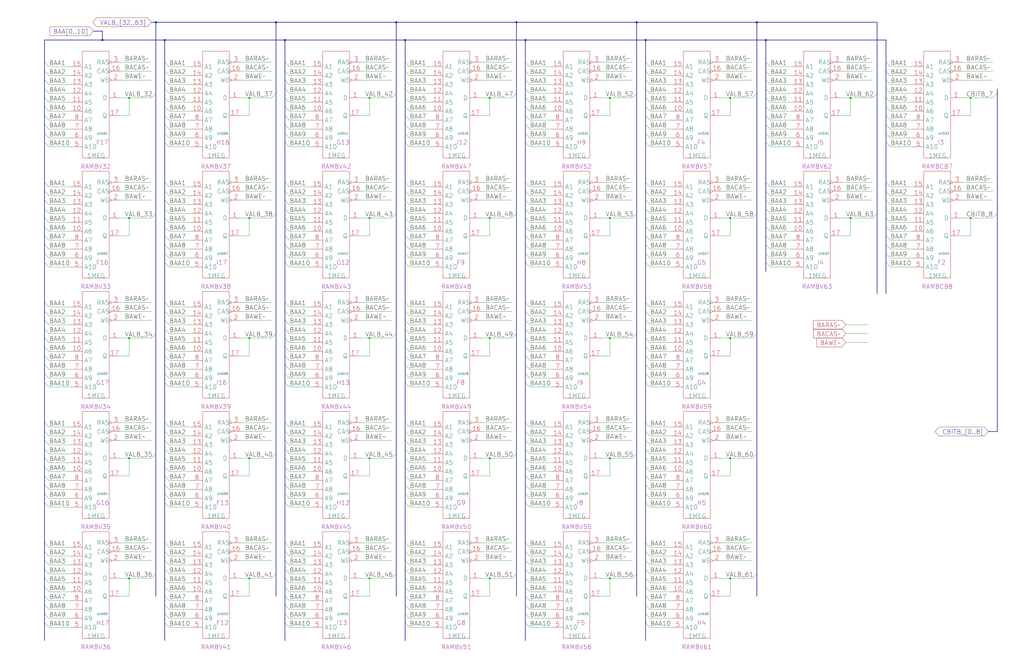
<source format=kicad_sch>
(kicad_sch (version 20230121) (generator eeschema)
  (paper "User" 584.2 378.46)
  (title_block (title "PLANEB DYNAMIC RAMS\\n VAL BITS 32-63\\nCHECK BITS 7-8") (date "08-MAR-90") (rev "0.0") (comment 1 "MEM32 BOARD") (comment 2 "232-003066") (comment 3 "S400") (comment 4 "RELEASED"))
  (junction (at 416.56 124.46))
  (junction (at 347.98 124.46))
  (junction (at 485.14 55.88))
  (junction (at 73.66 193.04))
  (junction (at 294.64 12.7))
  (junction (at 142.24 55.88))
  (junction (at 73.66 55.88))
  (junction (at 58.42 22.86))
  (junction (at 142.24 193.04))
  (junction (at 299.72 22.86))
  (junction (at 142.24 330.2))
  (junction (at 226.06 12.7))
  (junction (at 279.4 193.04))
  (junction (at 279.4 330.2))
  (junction (at 231.14 22.86))
  (junction (at 210.82 193.04))
  (junction (at 416.56 261.62))
  (junction (at 210.82 330.2))
  (junction (at 485.14 124.46))
  (junction (at 279.4 261.62))
  (junction (at 210.82 124.46))
  (junction (at 416.56 330.2))
  (junction (at 73.66 330.2))
  (junction (at 73.66 261.62))
  (junction (at 431.8 12.7))
  (junction (at 347.98 330.2))
  (junction (at 363.22 12.7))
  (junction (at 368.3 22.86))
  (junction (at 436.88 22.86))
  (junction (at 416.56 55.88))
  (junction (at 347.98 55.88))
  (junction (at 142.24 261.62))
  (junction (at 347.98 193.04))
  (junction (at 88.9 12.7))
  (junction (at 416.56 193.04))
  (junction (at 157.48 12.7))
  (junction (at 553.72 124.46))
  (junction (at 142.24 124.46))
  (junction (at 279.4 124.46))
  (junction (at 347.98 261.62))
  (junction (at 93.98 22.86))
  (junction (at 210.82 55.88))
  (junction (at 553.72 55.88))
  (junction (at 162.56 22.86))
  (junction (at 210.82 261.62))
  (junction (at 279.4 55.88))
  (junction (at 73.66 124.46))
  (bus_entry (at 368.3 314.96) (size 2.54 2.54))
  (bus_entry (at 162.56 129.54) (size 2.54 2.54))
  (bus_entry (at 93.98 355.6) (size 2.54 2.54))
  (bus_entry (at 25.4 266.7) (size 2.54 2.54))
  (bus_entry (at 231.14 350.52) (size 2.54 2.54))
  (bus_entry (at 363.22 327.66) (size -2.54 2.54))
  (bus_entry (at 368.3 350.52) (size 2.54 2.54))
  (bus_entry (at 231.14 81.28) (size 2.54 2.54))
  (bus_entry (at 231.14 60.96) (size 2.54 2.54))
  (bus_entry (at 162.56 114.3) (size 2.54 2.54))
  (bus_entry (at 505.46 66.04) (size 2.54 2.54))
  (bus_entry (at 88.9 259.08) (size -2.54 2.54))
  (bus_entry (at 436.88 144.78) (size 2.54 2.54))
  (bus_entry (at 299.72 271.78) (size 2.54 2.54))
  (bus_entry (at 25.4 203.2) (size 2.54 2.54))
  (bus_entry (at 299.72 330.2) (size 2.54 2.54))
  (bus_entry (at 162.56 314.96) (size 2.54 2.54))
  (bus_entry (at 299.72 251.46) (size 2.54 2.54))
  (bus_entry (at 436.88 76.2) (size 2.54 2.54))
  (bus_entry (at 25.4 81.28) (size 2.54 2.54))
  (bus_entry (at 505.46 71.12) (size 2.54 2.54))
  (bus_entry (at 93.98 208.28) (size 2.54 2.54))
  (bus_entry (at 299.72 287.02) (size 2.54 2.54))
  (bus_entry (at 363.22 121.92) (size -2.54 2.54))
  (bus_entry (at 162.56 104.14) (size 2.54 2.54))
  (bus_entry (at 505.46 114.3) (size 2.54 2.54))
  (bus_entry (at 368.3 241.3) (size 2.54 2.54))
  (bus_entry (at 162.56 246.38) (size 2.54 2.54))
  (bus_entry (at 157.48 53.34) (size -2.54 2.54))
  (bus_entry (at 436.88 50.8) (size 2.54 2.54))
  (bus_entry (at 25.4 60.96) (size 2.54 2.54))
  (bus_entry (at 162.56 187.96) (size 2.54 2.54))
  (bus_entry (at 299.72 109.22) (size 2.54 2.54))
  (bus_entry (at 299.72 119.38) (size 2.54 2.54))
  (bus_entry (at 368.3 104.14) (size 2.54 2.54))
  (bus_entry (at 231.14 261.62) (size 2.54 2.54))
  (bus_entry (at 226.06 53.34) (size -2.54 2.54))
  (bus_entry (at 93.98 350.52) (size 2.54 2.54))
  (bus_entry (at 93.98 104.14) (size 2.54 2.54))
  (bus_entry (at 231.14 40.64) (size 2.54 2.54))
  (bus_entry (at 162.56 271.78) (size 2.54 2.54))
  (bus_entry (at 25.4 144.78) (size 2.54 2.54))
  (bus_entry (at 368.3 208.28) (size 2.54 2.54))
  (bus_entry (at 93.98 81.28) (size 2.54 2.54))
  (bus_entry (at 368.3 182.88) (size 2.54 2.54))
  (bus_entry (at 500.38 121.92) (size -2.54 2.54))
  (bus_entry (at 25.4 340.36) (size 2.54 2.54))
  (bus_entry (at 25.4 55.88) (size 2.54 2.54))
  (bus_entry (at 25.4 109.22) (size 2.54 2.54))
  (bus_entry (at 162.56 345.44) (size 2.54 2.54))
  (bus_entry (at 368.3 203.2) (size 2.54 2.54))
  (bus_entry (at 93.98 134.62) (size 2.54 2.54))
  (bus_entry (at 299.72 266.7) (size 2.54 2.54))
  (bus_entry (at 299.72 172.72) (size 2.54 2.54))
  (bus_entry (at 162.56 139.7) (size 2.54 2.54))
  (bus_entry (at 88.9 121.92) (size -2.54 2.54))
  (bus_entry (at 368.3 172.72) (size 2.54 2.54))
  (bus_entry (at 162.56 208.28) (size 2.54 2.54))
  (bus_entry (at 231.14 187.96) (size 2.54 2.54))
  (bus_entry (at 368.3 66.04) (size 2.54 2.54))
  (bus_entry (at 25.4 218.44) (size 2.54 2.54))
  (bus_entry (at 25.4 256.54) (size 2.54 2.54))
  (bus_entry (at 231.14 314.96) (size 2.54 2.54))
  (bus_entry (at 431.8 259.08) (size -2.54 2.54))
  (bus_entry (at 368.3 76.2) (size 2.54 2.54))
  (bus_entry (at 299.72 104.14) (size 2.54 2.54))
  (bus_entry (at 93.98 124.46) (size 2.54 2.54))
  (bus_entry (at 162.56 325.12) (size 2.54 2.54))
  (bus_entry (at 25.4 172.72) (size 2.54 2.54))
  (bus_entry (at 294.64 259.08) (size -2.54 2.54))
  (bus_entry (at 93.98 119.38) (size 2.54 2.54))
  (bus_entry (at 299.72 261.62) (size 2.54 2.54))
  (bus_entry (at 568.96 53.34) (size -2.54 2.54))
  (bus_entry (at 299.72 208.28) (size 2.54 2.54))
  (bus_entry (at 368.3 276.86) (size 2.54 2.54))
  (bus_entry (at 93.98 40.64) (size 2.54 2.54))
  (bus_entry (at 231.14 241.3) (size 2.54 2.54))
  (bus_entry (at 505.46 124.46) (size 2.54 2.54))
  (bus_entry (at 368.3 213.36) (size 2.54 2.54))
  (bus_entry (at 231.14 271.78) (size 2.54 2.54))
  (bus_entry (at 368.3 60.96) (size 2.54 2.54))
  (bus_entry (at 93.98 129.54) (size 2.54 2.54))
  (bus_entry (at 93.98 314.96) (size 2.54 2.54))
  (bus_entry (at 299.72 203.2) (size 2.54 2.54))
  (bus_entry (at 25.4 177.8) (size 2.54 2.54))
  (bus_entry (at 162.56 330.2) (size 2.54 2.54))
  (bus_entry (at 568.96 121.92) (size -2.54 2.54))
  (bus_entry (at 505.46 76.2) (size 2.54 2.54))
  (bus_entry (at 25.4 251.46) (size 2.54 2.54))
  (bus_entry (at 162.56 50.8) (size 2.54 2.54))
  (bus_entry (at 436.88 71.12) (size 2.54 2.54))
  (bus_entry (at 162.56 40.64) (size 2.54 2.54))
  (bus_entry (at 93.98 50.8) (size 2.54 2.54))
  (bus_entry (at 299.72 218.44) (size 2.54 2.54))
  (bus_entry (at 299.72 340.36) (size 2.54 2.54))
  (bus_entry (at 436.88 35.56) (size 2.54 2.54))
  (bus_entry (at 93.98 276.86) (size 2.54 2.54))
  (bus_entry (at 368.3 177.8) (size 2.54 2.54))
  (bus_entry (at 368.3 271.78) (size 2.54 2.54))
  (bus_entry (at 93.98 45.72) (size 2.54 2.54))
  (bus_entry (at 93.98 340.36) (size 2.54 2.54))
  (bus_entry (at 368.3 335.28) (size 2.54 2.54))
  (bus_entry (at 363.22 190.5) (size -2.54 2.54))
  (bus_entry (at 505.46 104.14) (size 2.54 2.54))
  (bus_entry (at 93.98 114.3) (size 2.54 2.54))
  (bus_entry (at 162.56 213.36) (size 2.54 2.54))
  (bus_entry (at 93.98 55.88) (size 2.54 2.54))
  (bus_entry (at 25.4 287.02) (size 2.54 2.54))
  (bus_entry (at 93.98 139.7) (size 2.54 2.54))
  (bus_entry (at 93.98 287.02) (size 2.54 2.54))
  (bus_entry (at 299.72 355.6) (size 2.54 2.54))
  (bus_entry (at 231.14 182.88) (size 2.54 2.54))
  (bus_entry (at 436.88 104.14) (size 2.54 2.54))
  (bus_entry (at 368.3 119.38) (size 2.54 2.54))
  (bus_entry (at 299.72 134.62) (size 2.54 2.54))
  (bus_entry (at 231.14 109.22) (size 2.54 2.54))
  (bus_entry (at 299.72 124.46) (size 2.54 2.54))
  (bus_entry (at 25.4 271.78) (size 2.54 2.54))
  (bus_entry (at 294.64 53.34) (size -2.54 2.54))
  (bus_entry (at 162.56 119.38) (size 2.54 2.54))
  (bus_entry (at 157.48 190.5) (size -2.54 2.54))
  (bus_entry (at 162.56 350.52) (size 2.54 2.54))
  (bus_entry (at 294.64 190.5) (size -2.54 2.54))
  (bus_entry (at 294.64 121.92) (size -2.54 2.54))
  (bus_entry (at 93.98 246.38) (size 2.54 2.54))
  (bus_entry (at 25.4 320.04) (size 2.54 2.54))
  (bus_entry (at 162.56 35.56) (size 2.54 2.54))
  (bus_entry (at 93.98 149.86) (size 2.54 2.54))
  (bus_entry (at 162.56 144.78) (size 2.54 2.54))
  (bus_entry (at 25.4 134.62) (size 2.54 2.54))
  (bus_entry (at 231.14 119.38) (size 2.54 2.54))
  (bus_entry (at 162.56 76.2) (size 2.54 2.54))
  (bus_entry (at 368.3 35.56) (size 2.54 2.54))
  (bus_entry (at 231.14 149.86) (size 2.54 2.54))
  (bus_entry (at 299.72 139.7) (size 2.54 2.54))
  (bus_entry (at 299.72 50.8) (size 2.54 2.54))
  (bus_entry (at 368.3 45.72) (size 2.54 2.54))
  (bus_entry (at 299.72 246.38) (size 2.54 2.54))
  (bus_entry (at 436.88 149.86) (size 2.54 2.54))
  (bus_entry (at 25.4 76.2) (size 2.54 2.54))
  (bus_entry (at 368.3 325.12) (size 2.54 2.54))
  (bus_entry (at 25.4 213.36) (size 2.54 2.54))
  (bus_entry (at 25.4 66.04) (size 2.54 2.54))
  (bus_entry (at 299.72 71.12) (size 2.54 2.54))
  (bus_entry (at 25.4 246.38) (size 2.54 2.54))
  (bus_entry (at 231.14 104.14) (size 2.54 2.54))
  (bus_entry (at 162.56 320.04) (size 2.54 2.54))
  (bus_entry (at 93.98 76.2) (size 2.54 2.54))
  (bus_entry (at 93.98 193.04) (size 2.54 2.54))
  (bus_entry (at 299.72 256.54) (size 2.54 2.54))
  (bus_entry (at 226.06 121.92) (size -2.54 2.54))
  (bus_entry (at 162.56 276.86) (size 2.54 2.54))
  (bus_entry (at 436.88 55.88) (size 2.54 2.54))
  (bus_entry (at 368.3 81.28) (size 2.54 2.54))
  (bus_entry (at 93.98 241.3) (size 2.54 2.54))
  (bus_entry (at 368.3 139.7) (size 2.54 2.54))
  (bus_entry (at 294.64 327.66) (size -2.54 2.54))
  (bus_entry (at 93.98 71.12) (size 2.54 2.54))
  (bus_entry (at 231.14 309.88) (size 2.54 2.54))
  (bus_entry (at 93.98 218.44) (size 2.54 2.54))
  (bus_entry (at 162.56 251.46) (size 2.54 2.54))
  (bus_entry (at 226.06 190.5) (size -2.54 2.54))
  (bus_entry (at 231.14 134.62) (size 2.54 2.54))
  (bus_entry (at 368.3 50.8) (size 2.54 2.54))
  (bus_entry (at 231.14 198.12) (size 2.54 2.54))
  (bus_entry (at 25.4 208.28) (size 2.54 2.54))
  (bus_entry (at 93.98 251.46) (size 2.54 2.54))
  (bus_entry (at 368.3 124.46) (size 2.54 2.54))
  (bus_entry (at 93.98 177.8) (size 2.54 2.54))
  (bus_entry (at 25.4 198.12) (size 2.54 2.54))
  (bus_entry (at 368.3 251.46) (size 2.54 2.54))
  (bus_entry (at 299.72 35.56) (size 2.54 2.54))
  (bus_entry (at 505.46 109.22) (size 2.54 2.54))
  (bus_entry (at 299.72 66.04) (size 2.54 2.54))
  (bus_entry (at 162.56 182.88) (size 2.54 2.54))
  (bus_entry (at 93.98 266.7) (size 2.54 2.54))
  (bus_entry (at 505.46 119.38) (size 2.54 2.54))
  (bus_entry (at 25.4 50.8) (size 2.54 2.54))
  (bus_entry (at 231.14 203.2) (size 2.54 2.54))
  (bus_entry (at 88.9 327.66) (size -2.54 2.54))
  (bus_entry (at 231.14 208.28) (size 2.54 2.54))
  (bus_entry (at 93.98 281.94) (size 2.54 2.54))
  (bus_entry (at 368.3 340.36) (size 2.54 2.54))
  (bus_entry (at 299.72 281.94) (size 2.54 2.54))
  (bus_entry (at 500.38 53.34) (size -2.54 2.54))
  (bus_entry (at 368.3 198.12) (size 2.54 2.54))
  (bus_entry (at 93.98 203.2) (size 2.54 2.54))
  (bus_entry (at 436.88 119.38) (size 2.54 2.54))
  (bus_entry (at 436.88 81.28) (size 2.54 2.54))
  (bus_entry (at 505.46 50.8) (size 2.54 2.54))
  (bus_entry (at 231.14 50.8) (size 2.54 2.54))
  (bus_entry (at 93.98 271.78) (size 2.54 2.54))
  (bus_entry (at 93.98 213.36) (size 2.54 2.54))
  (bus_entry (at 162.56 71.12) (size 2.54 2.54))
  (bus_entry (at 368.3 193.04) (size 2.54 2.54))
  (bus_entry (at 231.14 251.46) (size 2.54 2.54))
  (bus_entry (at 299.72 335.28) (size 2.54 2.54))
  (bus_entry (at 25.4 40.64) (size 2.54 2.54))
  (bus_entry (at 231.14 256.54) (size 2.54 2.54))
  (bus_entry (at 231.14 218.44) (size 2.54 2.54))
  (bus_entry (at 162.56 109.22) (size 2.54 2.54))
  (bus_entry (at 162.56 261.62) (size 2.54 2.54))
  (bus_entry (at 299.72 193.04) (size 2.54 2.54))
  (bus_entry (at 162.56 81.28) (size 2.54 2.54))
  (bus_entry (at 436.88 66.04) (size 2.54 2.54))
  (bus_entry (at 436.88 109.22) (size 2.54 2.54))
  (bus_entry (at 93.98 182.88) (size 2.54 2.54))
  (bus_entry (at 368.3 287.02) (size 2.54 2.54))
  (bus_entry (at 162.56 45.72) (size 2.54 2.54))
  (bus_entry (at 299.72 350.52) (size 2.54 2.54))
  (bus_entry (at 162.56 281.94) (size 2.54 2.54))
  (bus_entry (at 231.14 129.54) (size 2.54 2.54))
  (bus_entry (at 231.14 45.72) (size 2.54 2.54))
  (bus_entry (at 368.3 261.62) (size 2.54 2.54))
  (bus_entry (at 25.4 139.7) (size 2.54 2.54))
  (bus_entry (at 368.3 134.62) (size 2.54 2.54))
  (bus_entry (at 25.4 45.72) (size 2.54 2.54))
  (bus_entry (at 363.22 259.08) (size -2.54 2.54))
  (bus_entry (at 25.4 261.62) (size 2.54 2.54))
  (bus_entry (at 162.56 134.62) (size 2.54 2.54))
  (bus_entry (at 231.14 276.86) (size 2.54 2.54))
  (bus_entry (at 299.72 325.12) (size 2.54 2.54))
  (bus_entry (at 162.56 55.88) (size 2.54 2.54))
  (bus_entry (at 368.3 114.3) (size 2.54 2.54))
  (bus_entry (at 368.3 256.54) (size 2.54 2.54))
  (bus_entry (at 299.72 60.96) (size 2.54 2.54))
  (bus_entry (at 162.56 335.28) (size 2.54 2.54))
  (bus_entry (at 231.14 193.04) (size 2.54 2.54))
  (bus_entry (at 431.8 53.34) (size -2.54 2.54))
  (bus_entry (at 162.56 340.36) (size 2.54 2.54))
  (bus_entry (at 368.3 71.12) (size 2.54 2.54))
  (bus_entry (at 368.3 109.22) (size 2.54 2.54))
  (bus_entry (at 162.56 256.54) (size 2.54 2.54))
  (bus_entry (at 231.14 177.8) (size 2.54 2.54))
  (bus_entry (at 436.88 124.46) (size 2.54 2.54))
  (bus_entry (at 368.3 246.38) (size 2.54 2.54))
  (bus_entry (at 93.98 60.96) (size 2.54 2.54))
  (bus_entry (at 368.3 320.04) (size 2.54 2.54))
  (bus_entry (at 436.88 60.96) (size 2.54 2.54))
  (bus_entry (at 231.14 320.04) (size 2.54 2.54))
  (bus_entry (at 157.48 327.66) (size -2.54 2.54))
  (bus_entry (at 431.8 121.92) (size -2.54 2.54))
  (bus_entry (at 93.98 172.72) (size 2.54 2.54))
  (bus_entry (at 231.14 71.12) (size 2.54 2.54))
  (bus_entry (at 25.4 119.38) (size 2.54 2.54))
  (bus_entry (at 299.72 129.54) (size 2.54 2.54))
  (bus_entry (at 25.4 325.12) (size 2.54 2.54))
  (bus_entry (at 299.72 45.72) (size 2.54 2.54))
  (bus_entry (at 25.4 241.3) (size 2.54 2.54))
  (bus_entry (at 363.22 53.34) (size -2.54 2.54))
  (bus_entry (at 299.72 114.3) (size 2.54 2.54))
  (bus_entry (at 25.4 335.28) (size 2.54 2.54))
  (bus_entry (at 25.4 114.3) (size 2.54 2.54))
  (bus_entry (at 368.3 218.44) (size 2.54 2.54))
  (bus_entry (at 436.88 45.72) (size 2.54 2.54))
  (bus_entry (at 162.56 198.12) (size 2.54 2.54))
  (bus_entry (at 368.3 281.94) (size 2.54 2.54))
  (bus_entry (at 162.56 309.88) (size 2.54 2.54))
  (bus_entry (at 93.98 335.28) (size 2.54 2.54))
  (bus_entry (at 505.46 134.62) (size 2.54 2.54))
  (bus_entry (at 299.72 187.96) (size 2.54 2.54))
  (bus_entry (at 231.14 345.44) (size 2.54 2.54))
  (bus_entry (at 162.56 241.3) (size 2.54 2.54))
  (bus_entry (at 299.72 144.78) (size 2.54 2.54))
  (bus_entry (at 231.14 246.38) (size 2.54 2.54))
  (bus_entry (at 505.46 129.54) (size 2.54 2.54))
  (bus_entry (at 299.72 213.36) (size 2.54 2.54))
  (bus_entry (at 25.4 193.04) (size 2.54 2.54))
  (bus_entry (at 25.4 309.88) (size 2.54 2.54))
  (bus_entry (at 25.4 314.96) (size 2.54 2.54))
  (bus_entry (at 162.56 203.2) (size 2.54 2.54))
  (bus_entry (at 368.3 55.88) (size 2.54 2.54))
  (bus_entry (at 93.98 261.62) (size 2.54 2.54))
  (bus_entry (at 25.4 355.6) (size 2.54 2.54))
  (bus_entry (at 505.46 45.72) (size 2.54 2.54))
  (bus_entry (at 162.56 172.72) (size 2.54 2.54))
  (bus_entry (at 368.3 40.64) (size 2.54 2.54))
  (bus_entry (at 505.46 144.78) (size 2.54 2.54))
  (bus_entry (at 25.4 35.56) (size 2.54 2.54))
  (bus_entry (at 231.14 139.7) (size 2.54 2.54))
  (bus_entry (at 25.4 129.54) (size 2.54 2.54))
  (bus_entry (at 157.48 259.08) (size -2.54 2.54))
  (bus_entry (at 93.98 325.12) (size 2.54 2.54))
  (bus_entry (at 299.72 81.28) (size 2.54 2.54))
  (bus_entry (at 88.9 190.5) (size -2.54 2.54))
  (bus_entry (at 25.4 187.96) (size 2.54 2.54))
  (bus_entry (at 162.56 149.86) (size 2.54 2.54))
  (bus_entry (at 226.06 327.66) (size -2.54 2.54))
  (bus_entry (at 226.06 259.08) (size -2.54 2.54))
  (bus_entry (at 93.98 66.04) (size 2.54 2.54))
  (bus_entry (at 436.88 139.7) (size 2.54 2.54))
  (bus_entry (at 93.98 345.44) (size 2.54 2.54))
  (bus_entry (at 231.14 76.2) (size 2.54 2.54))
  (bus_entry (at 231.14 172.72) (size 2.54 2.54))
  (bus_entry (at 93.98 330.2) (size 2.54 2.54))
  (bus_entry (at 231.14 66.04) (size 2.54 2.54))
  (bus_entry (at 505.46 35.56) (size 2.54 2.54))
  (bus_entry (at 505.46 149.86) (size 2.54 2.54))
  (bus_entry (at 231.14 330.2) (size 2.54 2.54))
  (bus_entry (at 231.14 287.02) (size 2.54 2.54))
  (bus_entry (at 299.72 182.88) (size 2.54 2.54))
  (bus_entry (at 299.72 345.44) (size 2.54 2.54))
  (bus_entry (at 299.72 276.86) (size 2.54 2.54))
  (bus_entry (at 505.46 55.88) (size 2.54 2.54))
  (bus_entry (at 88.9 53.34) (size -2.54 2.54))
  (bus_entry (at 231.14 266.7) (size 2.54 2.54))
  (bus_entry (at 436.88 134.62) (size 2.54 2.54))
  (bus_entry (at 231.14 340.36) (size 2.54 2.54))
  (bus_entry (at 162.56 60.96) (size 2.54 2.54))
  (bus_entry (at 231.14 124.46) (size 2.54 2.54))
  (bus_entry (at 368.3 266.7) (size 2.54 2.54))
  (bus_entry (at 299.72 241.3) (size 2.54 2.54))
  (bus_entry (at 231.14 144.78) (size 2.54 2.54))
  (bus_entry (at 299.72 309.88) (size 2.54 2.54))
  (bus_entry (at 231.14 355.6) (size 2.54 2.54))
  (bus_entry (at 436.88 129.54) (size 2.54 2.54))
  (bus_entry (at 505.46 81.28) (size 2.54 2.54))
  (bus_entry (at 25.4 104.14) (size 2.54 2.54))
  (bus_entry (at 162.56 193.04) (size 2.54 2.54))
  (bus_entry (at 299.72 177.8) (size 2.54 2.54))
  (bus_entry (at 505.46 139.7) (size 2.54 2.54))
  (bus_entry (at 25.4 330.2) (size 2.54 2.54))
  (bus_entry (at 299.72 314.96) (size 2.54 2.54))
  (bus_entry (at 299.72 149.86) (size 2.54 2.54))
  (bus_entry (at 162.56 287.02) (size 2.54 2.54))
  (bus_entry (at 231.14 35.56) (size 2.54 2.54))
  (bus_entry (at 162.56 177.8) (size 2.54 2.54))
  (bus_entry (at 93.98 144.78) (size 2.54 2.54))
  (bus_entry (at 162.56 355.6) (size 2.54 2.54))
  (bus_entry (at 368.3 355.6) (size 2.54 2.54))
  (bus_entry (at 93.98 309.88) (size 2.54 2.54))
  (bus_entry (at 231.14 335.28) (size 2.54 2.54))
  (bus_entry (at 162.56 266.7) (size 2.54 2.54))
  (bus_entry (at 368.3 309.88) (size 2.54 2.54))
  (bus_entry (at 231.14 281.94) (size 2.54 2.54))
  (bus_entry (at 93.98 198.12) (size 2.54 2.54))
  (bus_entry (at 368.3 187.96) (size 2.54 2.54))
  (bus_entry (at 93.98 320.04) (size 2.54 2.54))
  (bus_entry (at 93.98 35.56) (size 2.54 2.54))
  (bus_entry (at 231.14 325.12) (size 2.54 2.54))
  (bus_entry (at 431.8 190.5) (size -2.54 2.54))
  (bus_entry (at 231.14 213.36) (size 2.54 2.54))
  (bus_entry (at 431.8 327.66) (size -2.54 2.54))
  (bus_entry (at 368.3 129.54) (size 2.54 2.54))
  (bus_entry (at 25.4 345.44) (size 2.54 2.54))
  (bus_entry (at 231.14 114.3) (size 2.54 2.54))
  (bus_entry (at 299.72 320.04) (size 2.54 2.54))
  (bus_entry (at 231.14 55.88) (size 2.54 2.54))
  (bus_entry (at 157.48 121.92) (size -2.54 2.54))
  (bus_entry (at 25.4 182.88) (size 2.54 2.54))
  (bus_entry (at 505.46 60.96) (size 2.54 2.54))
  (bus_entry (at 93.98 109.22) (size 2.54 2.54))
  (bus_entry (at 368.3 330.2) (size 2.54 2.54))
  (bus_entry (at 299.72 76.2) (size 2.54 2.54))
  (bus_entry (at 299.72 198.12) (size 2.54 2.54))
  (bus_entry (at 162.56 66.04) (size 2.54 2.54))
  (bus_entry (at 162.56 124.46) (size 2.54 2.54))
  (bus_entry (at 299.72 55.88) (size 2.54 2.54))
  (bus_entry (at 25.4 149.86) (size 2.54 2.54))
  (bus_entry (at 436.88 40.64) (size 2.54 2.54))
  (bus_entry (at 25.4 276.86) (size 2.54 2.54))
  (bus_entry (at 25.4 350.52) (size 2.54 2.54))
  (bus_entry (at 368.3 345.44) (size 2.54 2.54))
  (bus_entry (at 162.56 218.44) (size 2.54 2.54))
  (bus_entry (at 93.98 187.96) (size 2.54 2.54))
  (bus_entry (at 25.4 124.46) (size 2.54 2.54))
  (bus_entry (at 368.3 144.78) (size 2.54 2.54))
  (bus_entry (at 25.4 71.12) (size 2.54 2.54))
  (bus_entry (at 299.72 40.64) (size 2.54 2.54))
  (bus_entry (at 93.98 256.54) (size 2.54 2.54))
  (bus_entry (at 505.46 40.64) (size 2.54 2.54))
  (bus_entry (at 436.88 114.3) (size 2.54 2.54))
  (bus_entry (at 25.4 281.94) (size 2.54 2.54))
  (bus_entry (at 368.3 149.86) (size 2.54 2.54))
  (wire (pts (xy 347.98 340.36) (xy 347.98 330.2)))
  (wire (pts (xy 411.48 271.78) (xy 416.56 271.78)))
  (wire (pts (xy 411.48 246.38) (xy 429.26 246.38)))
  (wire (pts (xy 137.16 114.3) (xy 154.94 114.3)))
  (wire (pts (xy 165.1 53.34) (xy 177.8 53.34)))
  (bus (pts (xy 231.14 129.54) (xy 231.14 134.62)))
  (bus (pts (xy 231.14 320.04) (xy 231.14 325.12)))
  (wire (pts (xy 137.16 251.46) (xy 154.94 251.46)))
  (wire (pts (xy 508 132.08) (xy 520.7 132.08)))
  (wire (pts (xy 205.74 182.88) (xy 223.52 182.88)))
  (bus (pts (xy 505.46 104.14) (xy 505.46 109.22)))
  (wire (pts (xy 68.58 246.38) (xy 86.36 246.38)))
  (wire (pts (xy 233.68 243.84) (xy 246.38 243.84)))
  (bus (pts (xy 25.4 187.96) (xy 25.4 193.04)))
  (wire (pts (xy 342.9 314.96) (xy 360.68 314.96)))
  (wire (pts (xy 233.68 279.4) (xy 246.38 279.4)))
  (wire (pts (xy 27.94 200.66) (xy 40.64 200.66)))
  (wire (pts (xy 165.1 127) (xy 177.8 127)))
  (bus (pts (xy 162.56 172.72) (xy 162.56 177.8)))
  (bus (pts (xy 93.98 203.2) (xy 93.98 208.28)))
  (wire (pts (xy 27.94 175.26) (xy 40.64 175.26)))
  (wire (pts (xy 439.42 116.84) (xy 452.12 116.84)))
  (wire (pts (xy 27.94 264.16) (xy 40.64 264.16)))
  (bus (pts (xy 25.4 287.02) (xy 25.4 309.88)))
  (wire (pts (xy 27.94 274.32) (xy 40.64 274.32)))
  (wire (pts (xy 233.68 347.98) (xy 246.38 347.98)))
  (wire (pts (xy 96.52 116.84) (xy 109.22 116.84)))
  (bus (pts (xy 25.4 40.64) (xy 25.4 45.72)))
  (wire (pts (xy 411.48 340.36) (xy 416.56 340.36)))
  (wire (pts (xy 370.84 279.4) (xy 383.54 279.4)))
  (bus (pts (xy 436.88 50.8) (xy 436.88 55.88)))
  (wire (pts (xy 68.58 261.62) (xy 73.66 261.62)))
  (wire (pts (xy 142.24 261.62) (xy 154.94 261.62)))
  (wire (pts (xy 68.58 309.88) (xy 86.36 309.88)))
  (bus (pts (xy 93.98 330.2) (xy 93.98 335.28)))
  (wire (pts (xy 68.58 182.88) (xy 86.36 182.88)))
  (bus (pts (xy 25.4 66.04) (xy 25.4 71.12)))
  (wire (pts (xy 274.32 177.8) (xy 292.1 177.8)))
  (wire (pts (xy 68.58 172.72) (xy 86.36 172.72)))
  (bus (pts (xy 157.48 12.7) (xy 226.06 12.7)))
  (wire (pts (xy 302.26 358.14) (xy 314.96 358.14)))
  (bus (pts (xy 226.06 121.92) (xy 226.06 190.5)))
  (bus (pts (xy 226.06 12.7) (xy 294.64 12.7)))
  (wire (pts (xy 416.56 193.04) (xy 429.26 193.04)))
  (bus (pts (xy 25.4 71.12) (xy 25.4 76.2)))
  (bus (pts (xy 299.72 22.86) (xy 299.72 35.56)))
  (wire (pts (xy 68.58 109.22) (xy 86.36 109.22)))
  (bus (pts (xy 162.56 330.2) (xy 162.56 335.28)))
  (wire (pts (xy 508 78.74) (xy 520.7 78.74)))
  (wire (pts (xy 233.68 106.68) (xy 246.38 106.68)))
  (bus (pts (xy 162.56 208.28) (xy 162.56 213.36)))
  (wire (pts (xy 480.06 134.62) (xy 485.14 134.62)))
  (wire (pts (xy 165.1 279.4) (xy 177.8 279.4)))
  (bus (pts (xy 93.98 198.12) (xy 93.98 203.2)))
  (wire (pts (xy 27.94 259.08) (xy 40.64 259.08)))
  (bus (pts (xy 231.14 218.44) (xy 231.14 241.3)))
  (bus (pts (xy 162.56 246.38) (xy 162.56 251.46)))
  (wire (pts (xy 96.52 269.24) (xy 109.22 269.24)))
  (bus (pts (xy 25.4 134.62) (xy 25.4 139.7)))
  (bus (pts (xy 25.4 340.36) (xy 25.4 345.44)))
  (bus (pts (xy 93.98 50.8) (xy 93.98 55.88)))
  (wire (pts (xy 233.68 121.92) (xy 246.38 121.92)))
  (bus (pts (xy 162.56 345.44) (xy 162.56 350.52)))
  (bus (pts (xy 231.14 76.2) (xy 231.14 81.28)))
  (wire (pts (xy 279.4 66.04) (xy 279.4 55.88)))
  (wire (pts (xy 68.58 55.88) (xy 73.66 55.88)))
  (bus (pts (xy 505.46 76.2) (xy 505.46 81.28)))
  (bus (pts (xy 294.64 327.66) (xy 294.64 340.36)))
  (wire (pts (xy 370.84 347.98) (xy 383.54 347.98)))
  (bus (pts (xy 505.46 55.88) (xy 505.46 60.96)))
  (bus (pts (xy 231.14 40.64) (xy 231.14 45.72)))
  (wire (pts (xy 370.84 78.74) (xy 383.54 78.74)))
  (bus (pts (xy 25.4 76.2) (xy 25.4 81.28)))
  (wire (pts (xy 302.26 243.84) (xy 314.96 243.84)))
  (wire (pts (xy 96.52 190.5) (xy 109.22 190.5)))
  (bus (pts (xy 368.3 187.96) (xy 368.3 193.04)))
  (wire (pts (xy 370.84 353.06) (xy 383.54 353.06)))
  (wire (pts (xy 165.1 185.42) (xy 177.8 185.42)))
  (wire (pts (xy 302.26 317.5) (xy 314.96 317.5)))
  (bus (pts (xy 368.3 251.46) (xy 368.3 256.54)))
  (bus (pts (xy 299.72 71.12) (xy 299.72 76.2)))
  (wire (pts (xy 205.74 40.64) (xy 223.52 40.64)))
  (wire (pts (xy 27.94 322.58) (xy 40.64 322.58)))
  (bus (pts (xy 162.56 129.54) (xy 162.56 134.62)))
  (bus (pts (xy 505.46 66.04) (xy 505.46 71.12)))
  (wire (pts (xy 27.94 347.98) (xy 40.64 347.98)))
  (wire (pts (xy 165.1 121.92) (xy 177.8 121.92)))
  (wire (pts (xy 302.26 78.74) (xy 314.96 78.74)))
  (wire (pts (xy 370.84 269.24) (xy 383.54 269.24)))
  (bus (pts (xy 436.88 124.46) (xy 436.88 129.54)))
  (bus (pts (xy 162.56 55.88) (xy 162.56 60.96)))
  (wire (pts (xy 165.1 78.74) (xy 177.8 78.74)))
  (wire (pts (xy 137.16 134.62) (xy 142.24 134.62)))
  (bus (pts (xy 231.14 35.56) (xy 231.14 40.64)))
  (bus (pts (xy 299.72 193.04) (xy 299.72 198.12)))
  (wire (pts (xy 96.52 142.24) (xy 109.22 142.24)))
  (wire (pts (xy 279.4 55.88) (xy 292.1 55.88)))
  (bus (pts (xy 294.64 53.34) (xy 294.64 121.92)))
  (wire (pts (xy 27.94 106.68) (xy 40.64 106.68)))
  (wire (pts (xy 342.9 134.62) (xy 347.98 134.62)))
  (bus (pts (xy 226.06 259.08) (xy 226.06 327.66)))
  (wire (pts (xy 233.68 83.82) (xy 246.38 83.82)))
  (bus (pts (xy 93.98 345.44) (xy 93.98 350.52)))
  (wire (pts (xy 27.94 43.18) (xy 40.64 43.18)))
  (wire (pts (xy 302.26 312.42) (xy 314.96 312.42)))
  (bus (pts (xy 25.4 213.36) (xy 25.4 218.44)))
  (wire (pts (xy 96.52 147.32) (xy 109.22 147.32)))
  (wire (pts (xy 370.84 68.58) (xy 383.54 68.58)))
  (wire (pts (xy 68.58 124.46) (xy 73.66 124.46)))
  (bus (pts (xy 93.98 109.22) (xy 93.98 114.3)))
  (wire (pts (xy 233.68 185.42) (xy 246.38 185.42)))
  (bus (pts (xy 299.72 55.88) (xy 299.72 60.96)))
  (bus (pts (xy 25.4 218.44) (xy 25.4 241.3)))
  (wire (pts (xy 96.52 48.26) (xy 109.22 48.26)))
  (bus (pts (xy 363.22 53.34) (xy 363.22 121.92)))
  (bus (pts (xy 299.72 218.44) (xy 299.72 241.3)))
  (wire (pts (xy 27.94 83.82) (xy 40.64 83.82)))
  (wire (pts (xy 96.52 127) (xy 109.22 127)))
  (bus (pts (xy 93.98 218.44) (xy 93.98 241.3)))
  (wire (pts (xy 165.1 284.48) (xy 177.8 284.48)))
  (wire (pts (xy 302.26 106.68) (xy 314.96 106.68)))
  (wire (pts (xy 302.26 353.06) (xy 314.96 353.06)))
  (bus (pts (xy 294.64 12.7) (xy 294.64 53.34)))
  (wire (pts (xy 27.94 68.58) (xy 40.64 68.58)))
  (bus (pts (xy 93.98 139.7) (xy 93.98 144.78)))
  (wire (pts (xy 480.06 109.22) (xy 497.84 109.22)))
  (wire (pts (xy 165.1 317.5) (xy 177.8 317.5)))
  (bus (pts (xy 25.4 109.22) (xy 25.4 114.3)))
  (wire (pts (xy 370.84 132.08) (xy 383.54 132.08)))
  (bus (pts (xy 436.88 45.72) (xy 436.88 50.8)))
  (wire (pts (xy 274.32 182.88) (xy 292.1 182.88)))
  (wire (pts (xy 96.52 347.98) (xy 109.22 347.98)))
  (wire (pts (xy 508 142.24) (xy 520.7 142.24)))
  (wire (pts (xy 370.84 195.58) (xy 383.54 195.58)))
  (bus (pts (xy 25.4 45.72) (xy 25.4 50.8)))
  (wire (pts (xy 68.58 177.8) (xy 86.36 177.8)))
  (wire (pts (xy 370.84 175.26) (xy 383.54 175.26)))
  (wire (pts (xy 68.58 35.56) (xy 86.36 35.56)))
  (wire (pts (xy 165.1 68.58) (xy 177.8 68.58)))
  (wire (pts (xy 137.16 177.8) (xy 154.94 177.8)))
  (bus (pts (xy 157.48 259.08) (xy 157.48 327.66)))
  (wire (pts (xy 302.26 185.42) (xy 314.96 185.42)))
  (bus (pts (xy 25.4 22.86) (xy 25.4 35.56)))
  (wire (pts (xy 68.58 271.78) (xy 73.66 271.78)))
  (bus (pts (xy 25.4 246.38) (xy 25.4 251.46)))
  (wire (pts (xy 233.68 289.56) (xy 246.38 289.56)))
  (wire (pts (xy 27.94 132.08) (xy 40.64 132.08)))
  (wire (pts (xy 342.9 35.56) (xy 360.68 35.56)))
  (bus (pts (xy 368.3 325.12) (xy 368.3 330.2)))
  (bus (pts (xy 25.4 22.86) (xy 58.42 22.86)))
  (bus (pts (xy 162.56 213.36) (xy 162.56 218.44)))
  (wire (pts (xy 485.14 66.04) (xy 485.14 55.88)))
  (wire (pts (xy 411.48 203.2) (xy 416.56 203.2)))
  (bus (pts (xy 368.3 60.96) (xy 368.3 66.04)))
  (wire (pts (xy 485.14 55.88) (xy 497.84 55.88)))
  (wire (pts (xy 370.84 63.5) (xy 383.54 63.5)))
  (bus (pts (xy 368.3 340.36) (xy 368.3 345.44)))
  (bus (pts (xy 368.3 266.7) (xy 368.3 271.78)))
  (bus (pts (xy 368.3 104.14) (xy 368.3 109.22)))
  (wire (pts (xy 205.74 124.46) (xy 210.82 124.46)))
  (wire (pts (xy 27.94 279.4) (xy 40.64 279.4)))
  (bus (pts (xy 436.88 114.3) (xy 436.88 119.38)))
  (wire (pts (xy 165.1 48.26) (xy 177.8 48.26)))
  (bus (pts (xy 505.46 45.72) (xy 505.46 50.8)))
  (bus (pts (xy 368.3 177.8) (xy 368.3 182.88)))
  (wire (pts (xy 302.26 264.16) (xy 314.96 264.16)))
  (bus (pts (xy 25.4 314.96) (xy 25.4 320.04)))
  (wire (pts (xy 27.94 289.56) (xy 40.64 289.56)))
  (bus (pts (xy 363.22 12.7) (xy 431.8 12.7)))
  (wire (pts (xy 274.32 55.88) (xy 279.4 55.88)))
  (wire (pts (xy 137.16 309.88) (xy 154.94 309.88)))
  (wire (pts (xy 137.16 246.38) (xy 154.94 246.38)))
  (bus (pts (xy 25.4 203.2) (xy 25.4 208.28)))
  (wire (pts (xy 553.72 134.62) (xy 553.72 124.46)))
  (bus (pts (xy 299.72 119.38) (xy 299.72 124.46)))
  (wire (pts (xy 411.48 35.56) (xy 429.26 35.56)))
  (wire (pts (xy 302.26 215.9) (xy 314.96 215.9)))
  (wire (pts (xy 165.1 342.9) (xy 177.8 342.9)))
  (bus (pts (xy 299.72 251.46) (xy 299.72 256.54)))
  (wire (pts (xy 68.58 330.2) (xy 73.66 330.2)))
  (bus (pts (xy 231.14 314.96) (xy 231.14 320.04)))
  (wire (pts (xy 68.58 134.62) (xy 73.66 134.62)))
  (bus (pts (xy 368.3 144.78) (xy 368.3 149.86)))
  (wire (pts (xy 96.52 243.84) (xy 109.22 243.84)))
  (bus (pts (xy 368.3 345.44) (xy 368.3 350.52)))
  (wire (pts (xy 96.52 358.14) (xy 109.22 358.14)))
  (wire (pts (xy 165.1 142.24) (xy 177.8 142.24)))
  (bus (pts (xy 231.14 309.88) (xy 231.14 314.96)))
  (bus (pts (xy 568.96 121.92) (xy 568.96 246.38)))
  (wire (pts (xy 482.6 185.42) (xy 495.3 185.42)))
  (wire (pts (xy 370.84 322.58) (xy 383.54 322.58)))
  (wire (pts (xy 27.94 48.26) (xy 40.64 48.26)))
  (wire (pts (xy 96.52 254) (xy 109.22 254)))
  (wire (pts (xy 411.48 66.04) (xy 416.56 66.04)))
  (wire (pts (xy 68.58 40.64) (xy 86.36 40.64)))
  (wire (pts (xy 96.52 137.16) (xy 109.22 137.16)))
  (bus (pts (xy 436.88 60.96) (xy 436.88 66.04)))
  (bus (pts (xy 231.14 144.78) (xy 231.14 149.86)))
  (bus (pts (xy 93.98 193.04) (xy 93.98 198.12)))
  (wire (pts (xy 302.26 327.66) (xy 314.96 327.66)))
  (bus (pts (xy 231.14 246.38) (xy 231.14 251.46)))
  (bus (pts (xy 368.3 193.04) (xy 368.3 198.12)))
  (bus (pts (xy 25.4 55.88) (xy 25.4 60.96)))
  (wire (pts (xy 27.94 38.1) (xy 40.64 38.1)))
  (bus (pts (xy 162.56 276.86) (xy 162.56 281.94)))
  (wire (pts (xy 73.66 124.46) (xy 86.36 124.46)))
  (wire (pts (xy 508 116.84) (xy 520.7 116.84)))
  (bus (pts (xy 299.72 134.62) (xy 299.72 139.7)))
  (bus (pts (xy 162.56 271.78) (xy 162.56 276.86)))
  (bus (pts (xy 505.46 22.86) (xy 505.46 35.56)))
  (wire (pts (xy 274.32 104.14) (xy 292.1 104.14)))
  (bus (pts (xy 231.14 177.8) (xy 231.14 182.88)))
  (bus (pts (xy 25.4 256.54) (xy 25.4 261.62)))
  (wire (pts (xy 342.9 251.46) (xy 360.68 251.46)))
  (wire (pts (xy 548.64 134.62) (xy 553.72 134.62)))
  (wire (pts (xy 416.56 55.88) (xy 429.26 55.88)))
  (bus (pts (xy 25.4 139.7) (xy 25.4 144.78)))
  (bus (pts (xy 25.4 325.12) (xy 25.4 330.2)))
  (wire (pts (xy 342.9 109.22) (xy 360.68 109.22)))
  (wire (pts (xy 27.94 195.58) (xy 40.64 195.58)))
  (bus (pts (xy 299.72 330.2) (xy 299.72 335.28)))
  (wire (pts (xy 508 152.4) (xy 520.7 152.4)))
  (bus (pts (xy 93.98 325.12) (xy 93.98 330.2)))
  (wire (pts (xy 274.32 246.38) (xy 292.1 246.38)))
  (wire (pts (xy 508 106.68) (xy 520.7 106.68)))
  (wire (pts (xy 411.48 177.8) (xy 429.26 177.8)))
  (wire (pts (xy 142.24 55.88) (xy 154.94 55.88)))
  (wire (pts (xy 233.68 195.58) (xy 246.38 195.58)))
  (wire (pts (xy 274.32 320.04) (xy 292.1 320.04)))
  (bus (pts (xy 231.14 208.28) (xy 231.14 213.36)))
  (wire (pts (xy 302.26 220.98) (xy 314.96 220.98)))
  (wire (pts (xy 439.42 83.82) (xy 452.12 83.82)))
  (wire (pts (xy 233.68 322.58) (xy 246.38 322.58)))
  (wire (pts (xy 27.94 332.74) (xy 40.64 332.74)))
  (bus (pts (xy 88.9 190.5) (xy 88.9 259.08)))
  (wire (pts (xy 342.9 246.38) (xy 360.68 246.38)))
  (wire (pts (xy 302.26 322.58) (xy 314.96 322.58)))
  (wire (pts (xy 485.14 124.46) (xy 497.84 124.46)))
  (wire (pts (xy 205.74 251.46) (xy 223.52 251.46)))
  (bus (pts (xy 25.4 114.3) (xy 25.4 119.38)))
  (wire (pts (xy 165.1 111.76) (xy 177.8 111.76)))
  (bus (pts (xy 368.3 40.64) (xy 368.3 45.72)))
  (wire (pts (xy 205.74 104.14) (xy 223.52 104.14)))
  (wire (pts (xy 274.32 309.88) (xy 292.1 309.88)))
  (bus (pts (xy 231.14 149.86) (xy 231.14 172.72)))
  (wire (pts (xy 411.48 330.2) (xy 416.56 330.2)))
  (bus (pts (xy 93.98 350.52) (xy 93.98 355.6)))
  (bus (pts (xy 505.46 71.12) (xy 505.46 76.2)))
  (wire (pts (xy 347.98 261.62) (xy 360.68 261.62)))
  (wire (pts (xy 548.64 66.04) (xy 553.72 66.04)))
  (bus (pts (xy 299.72 314.96) (xy 299.72 320.04)))
  (bus (pts (xy 231.14 172.72) (xy 231.14 177.8)))
  (wire (pts (xy 142.24 330.2) (xy 154.94 330.2)))
  (bus (pts (xy 299.72 276.86) (xy 299.72 281.94)))
  (bus (pts (xy 436.88 66.04) (xy 436.88 71.12)))
  (wire (pts (xy 274.32 45.72) (xy 292.1 45.72)))
  (wire (pts (xy 165.1 274.32) (xy 177.8 274.32)))
  (bus (pts (xy 162.56 203.2) (xy 162.56 208.28)))
  (bus (pts (xy 93.98 129.54) (xy 93.98 134.62)))
  (bus (pts (xy 86.36 12.7) (xy 88.9 12.7)))
  (wire (pts (xy 553.72 124.46) (xy 566.42 124.46)))
  (wire (pts (xy 370.84 121.92) (xy 383.54 121.92)))
  (wire (pts (xy 508 111.76) (xy 520.7 111.76)))
  (wire (pts (xy 27.94 248.92) (xy 40.64 248.92)))
  (wire (pts (xy 347.98 66.04) (xy 347.98 55.88)))
  (bus (pts (xy 368.3 22.86) (xy 436.88 22.86)))
  (wire (pts (xy 96.52 111.76) (xy 109.22 111.76)))
  (bus (pts (xy 93.98 104.14) (xy 93.98 109.22)))
  (wire (pts (xy 73.66 134.62) (xy 73.66 124.46)))
  (bus (pts (xy 431.8 327.66) (xy 431.8 340.36)))
  (wire (pts (xy 508 48.26) (xy 520.7 48.26)))
  (bus (pts (xy 162.56 314.96) (xy 162.56 320.04)))
  (wire (pts (xy 27.94 205.74) (xy 40.64 205.74)))
  (wire (pts (xy 96.52 152.4) (xy 109.22 152.4)))
  (bus (pts (xy 368.3 281.94) (xy 368.3 287.02)))
  (bus (pts (xy 368.3 71.12) (xy 368.3 76.2)))
  (bus (pts (xy 93.98 182.88) (xy 93.98 187.96)))
  (wire (pts (xy 233.68 68.58) (xy 246.38 68.58)))
  (bus (pts (xy 299.72 340.36) (xy 299.72 345.44)))
  (wire (pts (xy 548.64 124.46) (xy 553.72 124.46)))
  (bus (pts (xy 162.56 134.62) (xy 162.56 139.7)))
  (wire (pts (xy 205.74 203.2) (xy 210.82 203.2)))
  (bus (pts (xy 231.14 139.7) (xy 231.14 144.78)))
  (wire (pts (xy 142.24 203.2) (xy 142.24 193.04)))
  (wire (pts (xy 274.32 124.46) (xy 279.4 124.46)))
  (bus (pts (xy 93.98 149.86) (xy 93.98 172.72)))
  (bus (pts (xy 299.72 149.86) (xy 299.72 172.72)))
  (wire (pts (xy 233.68 147.32) (xy 246.38 147.32)))
  (wire (pts (xy 68.58 251.46) (xy 86.36 251.46)))
  (bus (pts (xy 431.8 190.5) (xy 431.8 259.08)))
  (wire (pts (xy 233.68 264.16) (xy 246.38 264.16)))
  (bus (pts (xy 431.8 121.92) (xy 431.8 190.5)))
  (wire (pts (xy 439.42 147.32) (xy 452.12 147.32)))
  (wire (pts (xy 342.9 40.64) (xy 360.68 40.64)))
  (wire (pts (xy 165.1 243.84) (xy 177.8 243.84)))
  (wire (pts (xy 165.1 137.16) (xy 177.8 137.16)))
  (bus (pts (xy 231.14 325.12) (xy 231.14 330.2)))
  (wire (pts (xy 165.1 73.66) (xy 177.8 73.66)))
  (wire (pts (xy 233.68 205.74) (xy 246.38 205.74)))
  (bus (pts (xy 162.56 261.62) (xy 162.56 266.7)))
  (wire (pts (xy 274.32 241.3) (xy 292.1 241.3)))
  (wire (pts (xy 342.9 203.2) (xy 347.98 203.2)))
  (wire (pts (xy 96.52 215.9) (xy 109.22 215.9)))
  (wire (pts (xy 302.26 254) (xy 314.96 254)))
  (wire (pts (xy 302.26 48.26) (xy 314.96 48.26)))
  (bus (pts (xy 93.98 40.64) (xy 93.98 45.72)))
  (wire (pts (xy 165.1 63.5) (xy 177.8 63.5)))
  (bus (pts (xy 368.3 66.04) (xy 368.3 71.12)))
  (bus (pts (xy 299.72 104.14) (xy 299.72 109.22)))
  (bus (pts (xy 368.3 124.46) (xy 368.3 129.54)))
  (wire (pts (xy 142.24 124.46) (xy 154.94 124.46)))
  (bus (pts (xy 25.4 271.78) (xy 25.4 276.86)))
  (bus (pts (xy 363.22 12.7) (xy 363.22 53.34)))
  (wire (pts (xy 233.68 200.66) (xy 246.38 200.66)))
  (wire (pts (xy 342.9 241.3) (xy 360.68 241.3)))
  (wire (pts (xy 279.4 271.78) (xy 279.4 261.62)))
  (wire (pts (xy 342.9 177.8) (xy 360.68 177.8)))
  (wire (pts (xy 165.1 132.08) (xy 177.8 132.08)))
  (wire (pts (xy 96.52 327.66) (xy 109.22 327.66)))
  (wire (pts (xy 302.26 205.74) (xy 314.96 205.74)))
  (wire (pts (xy 342.9 172.72) (xy 360.68 172.72)))
  (wire (pts (xy 165.1 358.14) (xy 177.8 358.14)))
  (wire (pts (xy 210.82 66.04) (xy 210.82 55.88)))
  (bus (pts (xy 93.98 22.86) (xy 162.56 22.86)))
  (wire (pts (xy 205.74 314.96) (xy 223.52 314.96)))
  (wire (pts (xy 370.84 116.84) (xy 383.54 116.84)))
  (wire (pts (xy 370.84 152.4) (xy 383.54 152.4)))
  (wire (pts (xy 27.94 78.74) (xy 40.64 78.74)))
  (wire (pts (xy 439.42 58.42) (xy 452.12 58.42)))
  (bus (pts (xy 93.98 213.36) (xy 93.98 218.44)))
  (wire (pts (xy 370.84 337.82) (xy 383.54 337.82)))
  (bus (pts (xy 436.88 109.22) (xy 436.88 114.3)))
  (bus (pts (xy 231.14 330.2) (xy 231.14 335.28)))
  (wire (pts (xy 137.16 35.56) (xy 154.94 35.56)))
  (wire (pts (xy 68.58 314.96) (xy 86.36 314.96)))
  (bus (pts (xy 162.56 104.14) (xy 162.56 109.22)))
  (wire (pts (xy 96.52 195.58) (xy 109.22 195.58)))
  (bus (pts (xy 368.3 330.2) (xy 368.3 335.28)))
  (wire (pts (xy 165.1 200.66) (xy 177.8 200.66)))
  (wire (pts (xy 165.1 312.42) (xy 177.8 312.42)))
  (bus (pts (xy 436.88 71.12) (xy 436.88 76.2)))
  (bus (pts (xy 25.4 350.52) (xy 25.4 355.6)))
  (wire (pts (xy 27.94 190.5) (xy 40.64 190.5)))
  (wire (pts (xy 302.26 73.66) (xy 314.96 73.66)))
  (wire (pts (xy 302.26 180.34) (xy 314.96 180.34)))
  (wire (pts (xy 27.94 152.4) (xy 40.64 152.4)))
  (wire (pts (xy 165.1 254) (xy 177.8 254)))
  (wire (pts (xy 233.68 269.24) (xy 246.38 269.24)))
  (wire (pts (xy 279.4 261.62) (xy 292.1 261.62)))
  (wire (pts (xy 439.42 132.08) (xy 452.12 132.08)))
  (wire (pts (xy 233.68 220.98) (xy 246.38 220.98)))
  (wire (pts (xy 347.98 203.2) (xy 347.98 193.04)))
  (bus (pts (xy 368.3 172.72) (xy 368.3 177.8)))
  (wire (pts (xy 482.6 195.58) (xy 495.3 195.58)))
  (wire (pts (xy 279.4 203.2) (xy 279.4 193.04)))
  (wire (pts (xy 73.66 340.36) (xy 73.66 330.2)))
  (bus (pts (xy 157.48 12.7) (xy 157.48 53.34)))
  (bus (pts (xy 25.4 208.28) (xy 25.4 213.36)))
  (wire (pts (xy 302.26 127) (xy 314.96 127)))
  (wire (pts (xy 96.52 205.74) (xy 109.22 205.74)))
  (wire (pts (xy 137.16 340.36) (xy 142.24 340.36)))
  (wire (pts (xy 508 43.18) (xy 520.7 43.18)))
  (bus (pts (xy 93.98 76.2) (xy 93.98 81.28)))
  (bus (pts (xy 368.3 81.28) (xy 368.3 104.14)))
  (wire (pts (xy 233.68 248.92) (xy 246.38 248.92)))
  (wire (pts (xy 165.1 353.06) (xy 177.8 353.06)))
  (wire (pts (xy 205.74 330.2) (xy 210.82 330.2)))
  (bus (pts (xy 162.56 320.04) (xy 162.56 325.12)))
  (bus (pts (xy 363.22 121.92) (xy 363.22 190.5)))
  (wire (pts (xy 142.24 193.04) (xy 154.94 193.04)))
  (wire (pts (xy 233.68 337.82) (xy 246.38 337.82)))
  (wire (pts (xy 233.68 190.5) (xy 246.38 190.5)))
  (bus (pts (xy 162.56 81.28) (xy 162.56 104.14)))
  (bus (pts (xy 93.98 314.96) (xy 93.98 320.04)))
  (bus (pts (xy 299.72 345.44) (xy 299.72 350.52)))
  (bus (pts (xy 231.14 60.96) (xy 231.14 66.04)))
  (bus (pts (xy 93.98 66.04) (xy 93.98 71.12)))
  (bus (pts (xy 93.98 261.62) (xy 93.98 266.7)))
  (wire (pts (xy 411.48 309.88) (xy 429.26 309.88)))
  (bus (pts (xy 500.38 12.7) (xy 500.38 53.34)))
  (wire (pts (xy 137.16 261.62) (xy 142.24 261.62)))
  (wire (pts (xy 137.16 271.78) (xy 142.24 271.78)))
  (bus (pts (xy 368.3 256.54) (xy 368.3 261.62)))
  (wire (pts (xy 137.16 182.88) (xy 154.94 182.88)))
  (bus (pts (xy 299.72 261.62) (xy 299.72 266.7)))
  (wire (pts (xy 342.9 261.62) (xy 347.98 261.62)))
  (bus (pts (xy 368.3 35.56) (xy 368.3 40.64)))
  (bus (pts (xy 88.9 12.7) (xy 157.48 12.7)))
  (bus (pts (xy 162.56 22.86) (xy 231.14 22.86)))
  (bus (pts (xy 231.14 256.54) (xy 231.14 261.62)))
  (wire (pts (xy 480.06 124.46) (xy 485.14 124.46)))
  (bus (pts (xy 25.4 241.3) (xy 25.4 246.38)))
  (bus (pts (xy 368.3 139.7) (xy 368.3 144.78)))
  (wire (pts (xy 233.68 132.08) (xy 246.38 132.08)))
  (bus (pts (xy 231.14 45.72) (xy 231.14 50.8)))
  (bus (pts (xy 226.06 12.7) (xy 226.06 53.34)))
  (wire (pts (xy 27.94 147.32) (xy 40.64 147.32)))
  (wire (pts (xy 370.84 342.9) (xy 383.54 342.9)))
  (bus (pts (xy 93.98 177.8) (xy 93.98 182.88)))
  (wire (pts (xy 233.68 332.74) (xy 246.38 332.74)))
  (wire (pts (xy 411.48 241.3) (xy 429.26 241.3)))
  (bus (pts (xy 231.14 287.02) (xy 231.14 309.88)))
  (wire (pts (xy 142.24 340.36) (xy 142.24 330.2)))
  (wire (pts (xy 96.52 185.42) (xy 109.22 185.42)))
  (bus (pts (xy 299.72 271.78) (xy 299.72 276.86)))
  (wire (pts (xy 27.94 243.84) (xy 40.64 243.84)))
  (wire (pts (xy 27.94 312.42) (xy 40.64 312.42)))
  (bus (pts (xy 368.3 335.28) (xy 368.3 340.36)))
  (wire (pts (xy 73.66 66.04) (xy 73.66 55.88)))
  (wire (pts (xy 137.16 40.64) (xy 154.94 40.64)))
  (wire (pts (xy 73.66 203.2) (xy 73.66 193.04)))
  (bus (pts (xy 505.46 109.22) (xy 505.46 114.3)))
  (bus (pts (xy 299.72 241.3) (xy 299.72 246.38)))
  (wire (pts (xy 302.26 116.84) (xy 314.96 116.84)))
  (wire (pts (xy 480.06 114.3) (xy 497.84 114.3)))
  (wire (pts (xy 370.84 215.9) (xy 383.54 215.9)))
  (bus (pts (xy 299.72 22.86) (xy 368.3 22.86)))
  (wire (pts (xy 96.52 289.56) (xy 109.22 289.56)))
  (bus (pts (xy 368.3 203.2) (xy 368.3 208.28)))
  (bus (pts (xy 162.56 149.86) (xy 162.56 172.72)))
  (wire (pts (xy 302.26 152.4) (xy 314.96 152.4)))
  (wire (pts (xy 96.52 259.08) (xy 109.22 259.08)))
  (bus (pts (xy 231.14 241.3) (xy 231.14 246.38)))
  (wire (pts (xy 210.82 340.36) (xy 210.82 330.2)))
  (bus (pts (xy 58.42 17.78) (xy 58.42 22.86)))
  (bus (pts (xy 93.98 246.38) (xy 93.98 251.46)))
  (wire (pts (xy 302.26 259.08) (xy 314.96 259.08)))
  (bus (pts (xy 25.4 104.14) (xy 25.4 109.22)))
  (wire (pts (xy 233.68 127) (xy 246.38 127)))
  (bus (pts (xy 294.64 259.08) (xy 294.64 327.66)))
  (bus (pts (xy 363.22 190.5) (xy 363.22 259.08)))
  (wire (pts (xy 233.68 152.4) (xy 246.38 152.4)))
  (wire (pts (xy 137.16 193.04) (xy 142.24 193.04)))
  (bus (pts (xy 231.14 55.88) (xy 231.14 60.96)))
  (bus (pts (xy 231.14 276.86) (xy 231.14 281.94)))
  (bus (pts (xy 299.72 50.8) (xy 299.72 55.88)))
  (bus (pts (xy 368.3 129.54) (xy 368.3 134.62)))
  (wire (pts (xy 96.52 53.34) (xy 109.22 53.34)))
  (bus (pts (xy 231.14 335.28) (xy 231.14 340.36)))
  (bus (pts (xy 299.72 256.54) (xy 299.72 261.62)))
  (bus (pts (xy 93.98 309.88) (xy 93.98 314.96)))
  (wire (pts (xy 96.52 248.92) (xy 109.22 248.92)))
  (wire (pts (xy 142.24 134.62) (xy 142.24 124.46)))
  (bus (pts (xy 93.98 271.78) (xy 93.98 276.86)))
  (wire (pts (xy 548.64 55.88) (xy 553.72 55.88)))
  (wire (pts (xy 480.06 55.88) (xy 485.14 55.88)))
  (wire (pts (xy 439.42 142.24) (xy 452.12 142.24)))
  (bus (pts (xy 226.06 327.66) (xy 226.06 340.36)))
  (wire (pts (xy 233.68 116.84) (xy 246.38 116.84)))
  (wire (pts (xy 96.52 342.9) (xy 109.22 342.9)))
  (wire (pts (xy 342.9 66.04) (xy 347.98 66.04)))
  (wire (pts (xy 416.56 271.78) (xy 416.56 261.62)))
  (bus (pts (xy 93.98 172.72) (xy 93.98 177.8)))
  (bus (pts (xy 231.14 213.36) (xy 231.14 218.44)))
  (wire (pts (xy 165.1 180.34) (xy 177.8 180.34)))
  (bus (pts (xy 162.56 124.46) (xy 162.56 129.54)))
  (wire (pts (xy 205.74 320.04) (xy 223.52 320.04)))
  (wire (pts (xy 165.1 205.74) (xy 177.8 205.74)))
  (bus (pts (xy 231.14 340.36) (xy 231.14 345.44)))
  (bus (pts (xy 505.46 81.28) (xy 505.46 104.14)))
  (wire (pts (xy 165.1 248.92) (xy 177.8 248.92)))
  (bus (pts (xy 363.22 327.66) (xy 363.22 340.36)))
  (wire (pts (xy 302.26 332.74) (xy 314.96 332.74)))
  (wire (pts (xy 485.14 134.62) (xy 485.14 124.46)))
  (wire (pts (xy 370.84 53.34) (xy 383.54 53.34)))
  (wire (pts (xy 233.68 58.42) (xy 246.38 58.42)))
  (wire (pts (xy 68.58 114.3) (xy 86.36 114.3)))
  (bus (pts (xy 299.72 172.72) (xy 299.72 177.8)))
  (bus (pts (xy 299.72 203.2) (xy 299.72 208.28)))
  (bus (pts (xy 88.9 12.7) (xy 88.9 53.34)))
  (wire (pts (xy 137.16 66.04) (xy 142.24 66.04)))
  (wire (pts (xy 205.74 66.04) (xy 210.82 66.04)))
  (wire (pts (xy 233.68 48.26) (xy 246.38 48.26)))
  (bus (pts (xy 299.72 182.88) (xy 299.72 187.96)))
  (bus (pts (xy 25.4 177.8) (xy 25.4 182.88)))
  (wire (pts (xy 411.48 124.46) (xy 416.56 124.46)))
  (wire (pts (xy 73.66 271.78) (xy 73.66 261.62)))
  (bus (pts (xy 505.46 124.46) (xy 505.46 129.54)))
  (wire (pts (xy 233.68 358.14) (xy 246.38 358.14)))
  (wire (pts (xy 68.58 203.2) (xy 73.66 203.2)))
  (wire (pts (xy 302.26 279.4) (xy 314.96 279.4)))
  (wire (pts (xy 439.42 43.18) (xy 452.12 43.18)))
  (bus (pts (xy 231.14 22.86) (xy 231.14 35.56)))
  (wire (pts (xy 416.56 124.46) (xy 429.26 124.46)))
  (wire (pts (xy 342.9 340.36) (xy 347.98 340.36)))
  (wire (pts (xy 508 73.66) (xy 520.7 73.66)))
  (wire (pts (xy 27.94 142.24) (xy 40.64 142.24)))
  (wire (pts (xy 370.84 58.42) (xy 383.54 58.42)))
  (wire (pts (xy 137.16 330.2) (xy 142.24 330.2)))
  (wire (pts (xy 68.58 320.04) (xy 86.36 320.04)))
  (bus (pts (xy 88.9 259.08) (xy 88.9 327.66)))
  (wire (pts (xy 548.64 35.56) (xy 566.42 35.56)))
  (wire (pts (xy 233.68 317.5) (xy 246.38 317.5)))
  (wire (pts (xy 96.52 63.5) (xy 109.22 63.5)))
  (bus (pts (xy 500.38 121.92) (xy 500.38 167.64)))
  (wire (pts (xy 302.26 53.34) (xy 314.96 53.34)))
  (bus (pts (xy 436.88 81.28) (xy 436.88 104.14)))
  (wire (pts (xy 370.84 317.5) (xy 383.54 317.5)))
  (bus (pts (xy 25.4 309.88) (xy 25.4 314.96)))
  (wire (pts (xy 416.56 261.62) (xy 429.26 261.62)))
  (bus (pts (xy 299.72 35.56) (xy 299.72 40.64)))
  (wire (pts (xy 96.52 121.92) (xy 109.22 121.92)))
  (bus (pts (xy 25.4 281.94) (xy 25.4 287.02)))
  (bus (pts (xy 162.56 198.12) (xy 162.56 203.2)))
  (wire (pts (xy 96.52 210.82) (xy 109.22 210.82)))
  (bus (pts (xy 231.14 251.46) (xy 231.14 256.54)))
  (bus (pts (xy 368.3 355.6) (xy 368.3 365.76)))
  (wire (pts (xy 439.42 38.1) (xy 452.12 38.1)))
  (wire (pts (xy 96.52 264.16) (xy 109.22 264.16)))
  (bus (pts (xy 368.3 246.38) (xy 368.3 251.46)))
  (bus (pts (xy 162.56 187.96) (xy 162.56 193.04)))
  (wire (pts (xy 73.66 330.2) (xy 86.36 330.2)))
  (bus (pts (xy 93.98 60.96) (xy 93.98 66.04)))
  (bus (pts (xy 231.14 261.62) (xy 231.14 266.7)))
  (bus (pts (xy 25.4 50.8) (xy 25.4 55.88)))
  (bus (pts (xy 299.72 45.72) (xy 299.72 50.8)))
  (wire (pts (xy 165.1 83.82) (xy 177.8 83.82)))
  (bus (pts (xy 162.56 66.04) (xy 162.56 71.12)))
  (bus (pts (xy 231.14 22.86) (xy 299.72 22.86)))
  (wire (pts (xy 137.16 45.72) (xy 154.94 45.72)))
  (bus (pts (xy 299.72 139.7) (xy 299.72 144.78)))
  (wire (pts (xy 27.94 342.9) (xy 40.64 342.9)))
  (wire (pts (xy 370.84 200.66) (xy 383.54 200.66)))
  (wire (pts (xy 342.9 182.88) (xy 360.68 182.88)))
  (wire (pts (xy 302.26 289.56) (xy 314.96 289.56)))
  (wire (pts (xy 165.1 337.82) (xy 177.8 337.82)))
  (wire (pts (xy 137.16 104.14) (xy 154.94 104.14)))
  (wire (pts (xy 274.32 340.36) (xy 279.4 340.36)))
  (wire (pts (xy 233.68 38.1) (xy 246.38 38.1)))
  (wire (pts (xy 205.74 261.62) (xy 210.82 261.62)))
  (wire (pts (xy 370.84 205.74) (xy 383.54 205.74)))
  (bus (pts (xy 299.72 325.12) (xy 299.72 330.2)))
  (bus (pts (xy 157.48 190.5) (xy 157.48 259.08)))
  (bus (pts (xy 299.72 198.12) (xy 299.72 203.2)))
  (bus (pts (xy 505.46 114.3) (xy 505.46 119.38)))
  (bus (pts (xy 93.98 144.78) (xy 93.98 149.86)))
  (bus (pts (xy 25.4 182.88) (xy 25.4 187.96)))
  (bus (pts (xy 500.38 53.34) (xy 500.38 121.92)))
  (wire (pts (xy 553.72 66.04) (xy 553.72 55.88)))
  (bus (pts (xy 231.14 345.44) (xy 231.14 350.52)))
  (wire (pts (xy 137.16 320.04) (xy 154.94 320.04)))
  (bus (pts (xy 436.88 119.38) (xy 436.88 124.46)))
  (bus (pts (xy 93.98 55.88) (xy 93.98 60.96)))
  (bus (pts (xy 162.56 281.94) (xy 162.56 287.02)))
  (wire (pts (xy 210.82 134.62) (xy 210.82 124.46)))
  (wire (pts (xy 210.82 124.46) (xy 223.52 124.46)))
  (wire (pts (xy 68.58 193.04) (xy 73.66 193.04)))
  (wire (pts (xy 27.94 58.42) (xy 40.64 58.42)))
  (wire (pts (xy 68.58 104.14) (xy 86.36 104.14)))
  (wire (pts (xy 233.68 353.06) (xy 246.38 353.06)))
  (wire (pts (xy 508 147.32) (xy 520.7 147.32)))
  (wire (pts (xy 411.48 114.3) (xy 429.26 114.3)))
  (wire (pts (xy 27.94 284.48) (xy 40.64 284.48)))
  (wire (pts (xy 205.74 177.8) (xy 223.52 177.8)))
  (bus (pts (xy 231.14 109.22) (xy 231.14 114.3)))
  (wire (pts (xy 137.16 241.3) (xy 154.94 241.3)))
  (wire (pts (xy 302.26 142.24) (xy 314.96 142.24)))
  (bus (pts (xy 162.56 193.04) (xy 162.56 198.12)))
  (bus (pts (xy 25.4 172.72) (xy 25.4 177.8)))
  (wire (pts (xy 27.94 180.34) (xy 40.64 180.34)))
  (bus (pts (xy 162.56 251.46) (xy 162.56 256.54)))
  (wire (pts (xy 370.84 358.14) (xy 383.54 358.14)))
  (bus (pts (xy 368.3 22.86) (xy 368.3 35.56)))
  (wire (pts (xy 205.74 35.56) (xy 223.52 35.56)))
  (wire (pts (xy 96.52 312.42) (xy 109.22 312.42)))
  (bus (pts (xy 226.06 53.34) (xy 226.06 121.92)))
  (bus (pts (xy 505.46 134.62) (xy 505.46 139.7)))
  (wire (pts (xy 205.74 340.36) (xy 210.82 340.36)))
  (wire (pts (xy 411.48 109.22) (xy 429.26 109.22)))
  (wire (pts (xy 411.48 251.46) (xy 429.26 251.46)))
  (wire (pts (xy 370.84 243.84) (xy 383.54 243.84)))
  (bus (pts (xy 53.34 17.78) (xy 58.42 17.78)))
  (wire (pts (xy 68.58 241.3) (xy 86.36 241.3)))
  (bus (pts (xy 162.56 114.3) (xy 162.56 119.38)))
  (wire (pts (xy 342.9 55.88) (xy 347.98 55.88)))
  (wire (pts (xy 233.68 312.42) (xy 246.38 312.42)))
  (wire (pts (xy 508 121.92) (xy 520.7 121.92)))
  (bus (pts (xy 368.3 50.8) (xy 368.3 55.88)))
  (wire (pts (xy 279.4 124.46) (xy 292.1 124.46)))
  (wire (pts (xy 508 38.1) (xy 520.7 38.1)))
  (wire (pts (xy 165.1 38.1) (xy 177.8 38.1)))
  (wire (pts (xy 27.94 137.16) (xy 40.64 137.16)))
  (wire (pts (xy 370.84 289.56) (xy 383.54 289.56)))
  (wire (pts (xy 370.84 111.76) (xy 383.54 111.76)))
  (wire (pts (xy 416.56 330.2) (xy 429.26 330.2)))
  (wire (pts (xy 27.94 269.24) (xy 40.64 269.24)))
  (wire (pts (xy 233.68 111.76) (xy 246.38 111.76)))
  (wire (pts (xy 27.94 185.42) (xy 40.64 185.42)))
  (bus (pts (xy 436.88 22.86) (xy 436.88 35.56)))
  (bus (pts (xy 299.72 355.6) (xy 299.72 365.76)))
  (bus (pts (xy 299.72 309.88) (xy 299.72 314.96)))
  (wire (pts (xy 439.42 48.26) (xy 452.12 48.26)))
  (wire (pts (xy 165.1 327.66) (xy 177.8 327.66)))
  (bus (pts (xy 568.96 50.8) (xy 568.96 53.34)))
  (wire (pts (xy 205.74 109.22) (xy 223.52 109.22)))
  (bus (pts (xy 368.3 271.78) (xy 368.3 276.86)))
  (bus (pts (xy 436.88 76.2) (xy 436.88 81.28)))
  (bus (pts (xy 368.3 149.86) (xy 368.3 172.72)))
  (wire (pts (xy 439.42 121.92) (xy 452.12 121.92)))
  (bus (pts (xy 431.8 53.34) (xy 431.8 121.92)))
  (bus (pts (xy 162.56 266.7) (xy 162.56 271.78)))
  (bus (pts (xy 231.14 193.04) (xy 231.14 198.12)))
  (wire (pts (xy 165.1 220.98) (xy 177.8 220.98)))
  (wire (pts (xy 205.74 246.38) (xy 223.52 246.38)))
  (wire (pts (xy 370.84 83.82) (xy 383.54 83.82)))
  (bus (pts (xy 231.14 134.62) (xy 231.14 139.7)))
  (wire (pts (xy 370.84 127) (xy 383.54 127)))
  (bus (pts (xy 436.88 134.62) (xy 436.88 139.7)))
  (wire (pts (xy 411.48 45.72) (xy 429.26 45.72)))
  (bus (pts (xy 162.56 144.78) (xy 162.56 149.86)))
  (bus (pts (xy 25.4 276.86) (xy 25.4 281.94)))
  (wire (pts (xy 279.4 330.2) (xy 292.1 330.2)))
  (wire (pts (xy 370.84 248.92) (xy 383.54 248.92)))
  (bus (pts (xy 162.56 22.86) (xy 162.56 35.56)))
  (wire (pts (xy 233.68 274.32) (xy 246.38 274.32)))
  (wire (pts (xy 96.52 332.74) (xy 109.22 332.74)))
  (bus (pts (xy 299.72 40.64) (xy 299.72 45.72)))
  (bus (pts (xy 299.72 320.04) (xy 299.72 325.12)))
  (wire (pts (xy 439.42 53.34) (xy 452.12 53.34)))
  (wire (pts (xy 96.52 317.5) (xy 109.22 317.5)))
  (bus (pts (xy 436.88 55.88) (xy 436.88 60.96)))
  (bus (pts (xy 436.88 144.78) (xy 436.88 149.86)))
  (wire (pts (xy 411.48 172.72) (xy 429.26 172.72)))
  (bus (pts (xy 299.72 287.02) (xy 299.72 309.88)))
  (bus (pts (xy 368.3 309.88) (xy 368.3 314.96)))
  (bus (pts (xy 505.46 60.96) (xy 505.46 66.04)))
  (bus (pts (xy 93.98 256.54) (xy 93.98 261.62)))
  (wire (pts (xy 370.84 137.16) (xy 383.54 137.16)))
  (bus (pts (xy 368.3 350.52) (xy 368.3 355.6)))
  (wire (pts (xy 342.9 271.78) (xy 347.98 271.78)))
  (wire (pts (xy 508 58.42) (xy 520.7 58.42)))
  (wire (pts (xy 548.64 114.3) (xy 566.42 114.3)))
  (wire (pts (xy 370.84 73.66) (xy 383.54 73.66)))
  (wire (pts (xy 302.26 210.82) (xy 314.96 210.82)))
  (bus (pts (xy 436.88 139.7) (xy 436.88 144.78)))
  (wire (pts (xy 302.26 68.58) (xy 314.96 68.58)))
  (wire (pts (xy 165.1 195.58) (xy 177.8 195.58)))
  (bus (pts (xy 363.22 259.08) (xy 363.22 327.66)))
  (bus (pts (xy 299.72 350.52) (xy 299.72 355.6)))
  (wire (pts (xy 480.06 35.56) (xy 497.84 35.56)))
  (wire (pts (xy 342.9 124.46) (xy 347.98 124.46)))
  (wire (pts (xy 370.84 264.16) (xy 383.54 264.16)))
  (wire (pts (xy 370.84 142.24) (xy 383.54 142.24)))
  (bus (pts (xy 93.98 208.28) (xy 93.98 213.36)))
  (bus (pts (xy 368.3 320.04) (xy 368.3 325.12)))
  (bus (pts (xy 162.56 119.38) (xy 162.56 124.46)))
  (wire (pts (xy 165.1 152.4) (xy 177.8 152.4)))
  (bus (pts (xy 162.56 340.36) (xy 162.56 345.44)))
  (wire (pts (xy 27.94 210.82) (xy 40.64 210.82)))
  (wire (pts (xy 210.82 55.88) (xy 223.52 55.88)))
  (wire (pts (xy 370.84 327.66) (xy 383.54 327.66)))
  (bus (pts (xy 25.4 60.96) (xy 25.4 66.04)))
  (wire (pts (xy 302.26 248.92) (xy 314.96 248.92)))
  (wire (pts (xy 302.26 83.82) (xy 314.96 83.82)))
  (wire (pts (xy 96.52 337.82) (xy 109.22 337.82)))
  (bus (pts (xy 294.64 190.5) (xy 294.64 259.08)))
  (bus (pts (xy 299.72 124.46) (xy 299.72 129.54)))
  (bus (pts (xy 368.3 109.22) (xy 368.3 114.3)))
  (wire (pts (xy 439.42 111.76) (xy 452.12 111.76)))
  (wire (pts (xy 370.84 259.08) (xy 383.54 259.08)))
  (bus (pts (xy 157.48 327.66) (xy 157.48 340.36)))
  (wire (pts (xy 233.68 284.48) (xy 246.38 284.48)))
  (wire (pts (xy 210.82 271.78) (xy 210.82 261.62)))
  (wire (pts (xy 508 137.16) (xy 520.7 137.16)))
  (bus (pts (xy 231.14 266.7) (xy 231.14 271.78)))
  (wire (pts (xy 27.94 127) (xy 40.64 127)))
  (wire (pts (xy 274.32 261.62) (xy 279.4 261.62)))
  (wire (pts (xy 439.42 78.74) (xy 452.12 78.74)))
  (wire (pts (xy 205.74 271.78) (xy 210.82 271.78)))
  (bus (pts (xy 93.98 45.72) (xy 93.98 50.8)))
  (wire (pts (xy 302.26 38.1) (xy 314.96 38.1)))
  (bus (pts (xy 431.8 259.08) (xy 431.8 327.66)))
  (bus (pts (xy 25.4 81.28) (xy 25.4 104.14)))
  (bus (pts (xy 162.56 218.44) (xy 162.56 241.3)))
  (wire (pts (xy 279.4 134.62) (xy 279.4 124.46)))
  (wire (pts (xy 302.26 121.92) (xy 314.96 121.92)))
  (wire (pts (xy 165.1 116.84) (xy 177.8 116.84)))
  (wire (pts (xy 96.52 78.74) (xy 109.22 78.74)))
  (wire (pts (xy 508 68.58) (xy 520.7 68.58)))
  (wire (pts (xy 274.32 203.2) (xy 279.4 203.2)))
  (wire (pts (xy 370.84 274.32) (xy 383.54 274.32)))
  (bus (pts (xy 162.56 241.3) (xy 162.56 246.38)))
  (wire (pts (xy 370.84 210.82) (xy 383.54 210.82)))
  (bus (pts (xy 162.56 325.12) (xy 162.56 330.2)))
  (wire (pts (xy 508 83.82) (xy 520.7 83.82)))
  (wire (pts (xy 274.32 172.72) (xy 292.1 172.72)))
  (wire (pts (xy 274.32 251.46) (xy 292.1 251.46)))
  (wire (pts (xy 411.48 314.96) (xy 429.26 314.96)))
  (wire (pts (xy 73.66 261.62) (xy 86.36 261.62)))
  (bus (pts (xy 93.98 119.38) (xy 93.98 124.46)))
  (wire (pts (xy 27.94 215.9) (xy 40.64 215.9)))
  (wire (pts (xy 27.94 317.5) (xy 40.64 317.5)))
  (bus (pts (xy 162.56 35.56) (xy 162.56 40.64)))
  (wire (pts (xy 347.98 271.78) (xy 347.98 261.62)))
  (wire (pts (xy 233.68 53.34) (xy 246.38 53.34)))
  (bus (pts (xy 299.72 335.28) (xy 299.72 340.36)))
  (wire (pts (xy 205.74 241.3) (xy 223.52 241.3)))
  (bus (pts (xy 25.4 198.12) (xy 25.4 203.2)))
  (wire (pts (xy 416.56 134.62) (xy 416.56 124.46)))
  (bus (pts (xy 25.4 345.44) (xy 25.4 350.52)))
  (bus (pts (xy 299.72 208.28) (xy 299.72 213.36)))
  (wire (pts (xy 68.58 66.04) (xy 73.66 66.04)))
  (wire (pts (xy 233.68 254) (xy 246.38 254)))
  (wire (pts (xy 96.52 43.18) (xy 109.22 43.18)))
  (wire (pts (xy 439.42 152.4) (xy 452.12 152.4)))
  (wire (pts (xy 205.74 55.88) (xy 210.82 55.88)))
  (wire (pts (xy 27.94 353.06) (xy 40.64 353.06)))
  (wire (pts (xy 27.94 254) (xy 40.64 254)))
  (wire (pts (xy 205.74 309.88) (xy 223.52 309.88)))
  (wire (pts (xy 210.82 330.2) (xy 223.52 330.2)))
  (bus (pts (xy 162.56 350.52) (xy 162.56 355.6)))
  (wire (pts (xy 96.52 83.82) (xy 109.22 83.82)))
  (bus (pts (xy 162.56 76.2) (xy 162.56 81.28)))
  (bus (pts (xy 25.4 129.54) (xy 25.4 134.62)))
  (wire (pts (xy 548.64 104.14) (xy 566.42 104.14)))
  (wire (pts (xy 508 53.34) (xy 520.7 53.34)))
  (bus (pts (xy 368.3 114.3) (xy 368.3 119.38)))
  (bus (pts (xy 162.56 335.28) (xy 162.56 340.36)))
  (wire (pts (xy 165.1 269.24) (xy 177.8 269.24)))
  (bus (pts (xy 162.56 45.72) (xy 162.56 50.8)))
  (bus (pts (xy 368.3 287.02) (xy 368.3 309.88)))
  (bus (pts (xy 93.98 287.02) (xy 93.98 309.88)))
  (bus (pts (xy 505.46 119.38) (xy 505.46 124.46)))
  (wire (pts (xy 548.64 40.64) (xy 566.42 40.64)))
  (bus (pts (xy 162.56 71.12) (xy 162.56 76.2)))
  (wire (pts (xy 205.74 114.3) (xy 223.52 114.3)))
  (wire (pts (xy 96.52 106.68) (xy 109.22 106.68)))
  (bus (pts (xy 299.72 213.36) (xy 299.72 218.44)))
  (bus (pts (xy 25.4 335.28) (xy 25.4 340.36)))
  (bus (pts (xy 505.46 129.54) (xy 505.46 134.62)))
  (bus (pts (xy 162.56 60.96) (xy 162.56 66.04)))
  (wire (pts (xy 233.68 259.08) (xy 246.38 259.08)))
  (wire (pts (xy 137.16 203.2) (xy 142.24 203.2)))
  (wire (pts (xy 27.94 53.34) (xy 40.64 53.34)))
  (bus (pts (xy 25.4 355.6) (xy 25.4 365.76)))
  (wire (pts (xy 411.48 182.88) (xy 429.26 182.88)))
  (wire (pts (xy 165.1 106.68) (xy 177.8 106.68)))
  (bus (pts (xy 93.98 355.6) (xy 93.98 365.76)))
  (bus (pts (xy 162.56 309.88) (xy 162.56 314.96)))
  (bus (pts (xy 226.06 190.5) (xy 226.06 259.08)))
  (wire (pts (xy 411.48 40.64) (xy 429.26 40.64)))
  (wire (pts (xy 302.26 195.58) (xy 314.96 195.58)))
  (wire (pts (xy 342.9 330.2) (xy 347.98 330.2)))
  (bus (pts (xy 93.98 187.96) (xy 93.98 193.04)))
  (wire (pts (xy 347.98 55.88) (xy 360.68 55.88)))
  (bus (pts (xy 93.98 71.12) (xy 93.98 76.2)))
  (wire (pts (xy 411.48 193.04) (xy 416.56 193.04)))
  (bus (pts (xy 162.56 40.64) (xy 162.56 45.72)))
  (bus (pts (xy 157.48 53.34) (xy 157.48 121.92)))
  (bus (pts (xy 93.98 320.04) (xy 93.98 325.12)))
  (wire (pts (xy 342.9 104.14) (xy 360.68 104.14)))
  (bus (pts (xy 25.4 320.04) (xy 25.4 325.12)))
  (bus (pts (xy 505.46 50.8) (xy 505.46 55.88)))
  (bus (pts (xy 93.98 81.28) (xy 93.98 104.14)))
  (bus (pts (xy 368.3 45.72) (xy 368.3 50.8)))
  (wire (pts (xy 233.68 215.9) (xy 246.38 215.9)))
  (bus (pts (xy 93.98 335.28) (xy 93.98 340.36)))
  (bus (pts (xy 299.72 246.38) (xy 299.72 251.46)))
  (bus (pts (xy 231.14 71.12) (xy 231.14 76.2)))
  (bus (pts (xy 231.14 124.46) (xy 231.14 129.54)))
  (wire (pts (xy 370.84 48.26) (xy 383.54 48.26)))
  (bus (pts (xy 25.4 35.56) (xy 25.4 40.64)))
  (wire (pts (xy 205.74 193.04) (xy 210.82 193.04)))
  (wire (pts (xy 342.9 320.04) (xy 360.68 320.04)))
  (wire (pts (xy 480.06 66.04) (xy 485.14 66.04)))
  (wire (pts (xy 165.1 190.5) (xy 177.8 190.5)))
  (bus (pts (xy 162.56 177.8) (xy 162.56 182.88)))
  (wire (pts (xy 165.1 43.18) (xy 177.8 43.18)))
  (bus (pts (xy 231.14 271.78) (xy 231.14 276.86)))
  (bus (pts (xy 299.72 144.78) (xy 299.72 149.86)))
  (bus (pts (xy 299.72 66.04) (xy 299.72 71.12)))
  (wire (pts (xy 27.94 63.5) (xy 40.64 63.5)))
  (bus (pts (xy 231.14 104.14) (xy 231.14 109.22)))
  (wire (pts (xy 165.1 58.42) (xy 177.8 58.42)))
  (bus (pts (xy 368.3 182.88) (xy 368.3 187.96)))
  (bus (pts (xy 231.14 182.88) (xy 231.14 187.96)))
  (wire (pts (xy 96.52 279.4) (xy 109.22 279.4)))
  (wire (pts (xy 137.16 314.96) (xy 154.94 314.96)))
  (wire (pts (xy 411.48 134.62) (xy 416.56 134.62)))
  (wire (pts (xy 233.68 210.82) (xy 246.38 210.82)))
  (wire (pts (xy 165.1 332.74) (xy 177.8 332.74)))
  (bus (pts (xy 368.3 76.2) (xy 368.3 81.28)))
  (bus (pts (xy 368.3 119.38) (xy 368.3 124.46)))
  (wire (pts (xy 165.1 259.08) (xy 177.8 259.08)))
  (wire (pts (xy 274.32 193.04) (xy 279.4 193.04)))
  (wire (pts (xy 233.68 43.18) (xy 246.38 43.18)))
  (wire (pts (xy 233.68 73.66) (xy 246.38 73.66)))
  (wire (pts (xy 96.52 200.66) (xy 109.22 200.66)))
  (wire (pts (xy 302.26 175.26) (xy 314.96 175.26)))
  (wire (pts (xy 347.98 330.2) (xy 360.68 330.2)))
  (bus (pts (xy 368.3 134.62) (xy 368.3 139.7)))
  (wire (pts (xy 508 127) (xy 520.7 127)))
  (wire (pts (xy 482.6 190.5) (xy 495.3 190.5)))
  (wire (pts (xy 96.52 175.26) (xy 109.22 175.26)))
  (bus (pts (xy 93.98 340.36) (xy 93.98 345.44)))
  (wire (pts (xy 210.82 193.04) (xy 223.52 193.04)))
  (wire (pts (xy 274.32 35.56) (xy 292.1 35.56)))
  (bus (pts (xy 368.3 218.44) (xy 368.3 241.3)))
  (wire (pts (xy 210.82 203.2) (xy 210.82 193.04)))
  (wire (pts (xy 302.26 63.5) (xy 314.96 63.5)))
  (wire (pts (xy 210.82 261.62) (xy 223.52 261.62)))
  (wire (pts (xy 96.52 38.1) (xy 109.22 38.1)))
  (wire (pts (xy 439.42 137.16) (xy 452.12 137.16)))
  (wire (pts (xy 27.94 358.14) (xy 40.64 358.14)))
  (wire (pts (xy 233.68 342.9) (xy 246.38 342.9)))
  (bus (pts (xy 93.98 134.62) (xy 93.98 139.7)))
  (bus (pts (xy 231.14 187.96) (xy 231.14 193.04)))
  (wire (pts (xy 302.26 190.5) (xy 314.96 190.5)))
  (wire (pts (xy 137.16 109.22) (xy 154.94 109.22)))
  (bus (pts (xy 88.9 53.34) (xy 88.9 121.92)))
  (bus (pts (xy 299.72 60.96) (xy 299.72 66.04)))
  (wire (pts (xy 548.64 109.22) (xy 566.42 109.22)))
  (wire (pts (xy 165.1 264.16) (xy 177.8 264.16)))
  (wire (pts (xy 27.94 327.66) (xy 40.64 327.66)))
  (bus (pts (xy 25.4 261.62) (xy 25.4 266.7)))
  (bus (pts (xy 162.56 355.6) (xy 162.56 365.76)))
  (bus (pts (xy 299.72 187.96) (xy 299.72 193.04)))
  (bus (pts (xy 368.3 55.88) (xy 368.3 60.96)))
  (wire (pts (xy 480.06 104.14) (xy 497.84 104.14)))
  (wire (pts (xy 165.1 210.82) (xy 177.8 210.82)))
  (bus (pts (xy 231.14 119.38) (xy 231.14 124.46)))
  (wire (pts (xy 439.42 63.5) (xy 452.12 63.5)))
  (wire (pts (xy 27.94 337.82) (xy 40.64 337.82)))
  (wire (pts (xy 274.32 330.2) (xy 279.4 330.2)))
  (wire (pts (xy 370.84 332.74) (xy 383.54 332.74)))
  (bus (pts (xy 368.3 276.86) (xy 368.3 281.94)))
  (bus (pts (xy 368.3 314.96) (xy 368.3 320.04)))
  (bus (pts (xy 231.14 355.6) (xy 231.14 365.76)))
  (wire (pts (xy 302.26 111.76) (xy 314.96 111.76)))
  (wire (pts (xy 274.32 134.62) (xy 279.4 134.62)))
  (bus (pts (xy 25.4 251.46) (xy 25.4 256.54)))
  (wire (pts (xy 302.26 347.98) (xy 314.96 347.98)))
  (wire (pts (xy 302.26 337.82) (xy 314.96 337.82)))
  (wire (pts (xy 96.52 353.06) (xy 109.22 353.06)))
  (bus (pts (xy 93.98 35.56) (xy 93.98 40.64)))
  (bus (pts (xy 162.56 256.54) (xy 162.56 261.62)))
  (bus (pts (xy 25.4 193.04) (xy 25.4 198.12)))
  (bus (pts (xy 162.56 50.8) (xy 162.56 55.88)))
  (wire (pts (xy 302.26 200.66) (xy 314.96 200.66)))
  (wire (pts (xy 302.26 137.16) (xy 314.96 137.16)))
  (bus (pts (xy 299.72 177.8) (xy 299.72 182.88)))
  (bus (pts (xy 294.64 12.7) (xy 363.22 12.7)))
  (wire (pts (xy 370.84 185.42) (xy 383.54 185.42)))
  (wire (pts (xy 411.48 104.14) (xy 429.26 104.14)))
  (wire (pts (xy 27.94 121.92) (xy 40.64 121.92)))
  (bus (pts (xy 231.14 281.94) (xy 231.14 287.02)))
  (wire (pts (xy 165.1 347.98) (xy 177.8 347.98)))
  (wire (pts (xy 73.66 193.04) (xy 86.36 193.04)))
  (bus (pts (xy 299.72 81.28) (xy 299.72 104.14)))
  (wire (pts (xy 205.74 172.72) (xy 223.52 172.72)))
  (bus (pts (xy 25.4 149.86) (xy 25.4 172.72)))
  (bus (pts (xy 88.9 327.66) (xy 88.9 340.36)))
  (wire (pts (xy 137.16 172.72) (xy 154.94 172.72)))
  (wire (pts (xy 302.26 147.32) (xy 314.96 147.32)))
  (wire (pts (xy 416.56 66.04) (xy 416.56 55.88)))
  (bus (pts (xy 299.72 114.3) (xy 299.72 119.38)))
  (wire (pts (xy 370.84 43.18) (xy 383.54 43.18)))
  (bus (pts (xy 431.8 12.7) (xy 431.8 53.34)))
  (wire (pts (xy 274.32 314.96) (xy 292.1 314.96)))
  (wire (pts (xy 96.52 132.08) (xy 109.22 132.08)))
  (bus (pts (xy 436.88 129.54) (xy 436.88 134.62)))
  (bus (pts (xy 505.46 40.64) (xy 505.46 45.72)))
  (bus (pts (xy 162.56 287.02) (xy 162.56 309.88)))
  (wire (pts (xy 370.84 147.32) (xy 383.54 147.32)))
  (bus (pts (xy 299.72 129.54) (xy 299.72 134.62)))
  (bus (pts (xy 436.88 40.64) (xy 436.88 45.72)))
  (bus (pts (xy 368.3 198.12) (xy 368.3 203.2)))
  (wire (pts (xy 137.16 124.46) (xy 142.24 124.46)))
  (bus (pts (xy 58.42 22.86) (xy 93.98 22.86)))
  (wire (pts (xy 96.52 322.58) (xy 109.22 322.58)))
  (wire (pts (xy 27.94 111.76) (xy 40.64 111.76)))
  (bus (pts (xy 294.64 121.92) (xy 294.64 190.5)))
  (wire (pts (xy 73.66 55.88) (xy 86.36 55.88)))
  (wire (pts (xy 480.06 45.72) (xy 497.84 45.72)))
  (wire (pts (xy 96.52 284.48) (xy 109.22 284.48)))
  (wire (pts (xy 302.26 43.18) (xy 314.96 43.18)))
  (bus (pts (xy 368.3 241.3) (xy 368.3 246.38)))
  (bus (pts (xy 299.72 76.2) (xy 299.72 81.28)))
  (wire (pts (xy 165.1 322.58) (xy 177.8 322.58)))
  (wire (pts (xy 142.24 66.04) (xy 142.24 55.88)))
  (bus (pts (xy 88.9 121.92) (xy 88.9 190.5)))
  (bus (pts (xy 93.98 124.46) (xy 93.98 129.54)))
  (wire (pts (xy 274.32 271.78) (xy 279.4 271.78)))
  (bus (pts (xy 93.98 22.86) (xy 93.98 35.56)))
  (bus (pts (xy 431.8 12.7) (xy 500.38 12.7)))
  (wire (pts (xy 347.98 193.04) (xy 360.68 193.04)))
  (wire (pts (xy 274.32 40.64) (xy 292.1 40.64)))
  (bus (pts (xy 25.4 119.38) (xy 25.4 124.46)))
  (wire (pts (xy 96.52 220.98) (xy 109.22 220.98)))
  (wire (pts (xy 370.84 190.5) (xy 383.54 190.5)))
  (wire (pts (xy 302.26 342.9) (xy 314.96 342.9)))
  (bus (pts (xy 162.56 109.22) (xy 162.56 114.3)))
  (wire (pts (xy 302.26 274.32) (xy 314.96 274.32)))
  (bus (pts (xy 568.96 53.34) (xy 568.96 121.92)))
  (wire (pts (xy 370.84 180.34) (xy 383.54 180.34)))
  (wire (pts (xy 439.42 127) (xy 452.12 127)))
  (bus (pts (xy 368.3 208.28) (xy 368.3 213.36)))
  (wire (pts (xy 27.94 220.98) (xy 40.64 220.98)))
  (wire (pts (xy 416.56 340.36) (xy 416.56 330.2)))
  (wire (pts (xy 233.68 327.66) (xy 246.38 327.66)))
  (wire (pts (xy 370.84 254) (xy 383.54 254)))
  (bus (pts (xy 25.4 124.46) (xy 25.4 129.54)))
  (bus (pts (xy 436.88 22.86) (xy 505.46 22.86)))
  (wire (pts (xy 274.32 114.3) (xy 292.1 114.3)))
  (wire (pts (xy 233.68 180.34) (xy 246.38 180.34)))
  (wire (pts (xy 142.24 271.78) (xy 142.24 261.62)))
  (wire (pts (xy 165.1 147.32) (xy 177.8 147.32)))
  (bus (pts (xy 93.98 266.7) (xy 93.98 271.78)))
  (wire (pts (xy 165.1 175.26) (xy 177.8 175.26)))
  (bus (pts (xy 93.98 251.46) (xy 93.98 256.54)))
  (wire (pts (xy 96.52 274.32) (xy 109.22 274.32)))
  (wire (pts (xy 233.68 137.16) (xy 246.38 137.16)))
  (wire (pts (xy 439.42 106.68) (xy 452.12 106.68)))
  (wire (pts (xy 439.42 73.66) (xy 452.12 73.66)))
  (wire (pts (xy 233.68 142.24) (xy 246.38 142.24)))
  (wire (pts (xy 347.98 134.62) (xy 347.98 124.46)))
  (bus (pts (xy 436.88 104.14) (xy 436.88 109.22)))
  (wire (pts (xy 342.9 114.3) (xy 360.68 114.3)))
  (wire (pts (xy 274.32 66.04) (xy 279.4 66.04)))
  (wire (pts (xy 233.68 78.74) (xy 246.38 78.74)))
  (wire (pts (xy 137.16 55.88) (xy 142.24 55.88)))
  (wire (pts (xy 370.84 38.1) (xy 383.54 38.1)))
  (bus (pts (xy 231.14 350.52) (xy 231.14 355.6)))
  (bus (pts (xy 93.98 281.94) (xy 93.98 287.02)))
  (wire (pts (xy 480.06 40.64) (xy 497.84 40.64)))
  (wire (pts (xy 279.4 340.36) (xy 279.4 330.2)))
  (wire (pts (xy 416.56 203.2) (xy 416.56 193.04)))
  (bus (pts (xy 157.48 121.92) (xy 157.48 190.5)))
  (bus (pts (xy 505.46 35.56) (xy 505.46 40.64)))
  (bus (pts (xy 25.4 330.2) (xy 25.4 335.28)))
  (bus (pts (xy 93.98 276.86) (xy 93.98 281.94)))
  (wire (pts (xy 342.9 45.72) (xy 360.68 45.72)))
  (bus (pts (xy 505.46 144.78) (xy 505.46 149.86)))
  (bus (pts (xy 93.98 114.3) (xy 93.98 119.38)))
  (bus (pts (xy 231.14 203.2) (xy 231.14 208.28)))
  (wire (pts (xy 27.94 116.84) (xy 40.64 116.84)))
  (wire (pts (xy 68.58 45.72) (xy 86.36 45.72)))
  (wire (pts (xy 411.48 320.04) (xy 429.26 320.04)))
  (wire (pts (xy 205.74 45.72) (xy 223.52 45.72)))
  (wire (pts (xy 279.4 193.04) (xy 292.1 193.04)))
  (bus (pts (xy 299.72 109.22) (xy 299.72 114.3)))
  (wire (pts (xy 370.84 106.68) (xy 383.54 106.68)))
  (wire (pts (xy 302.26 269.24) (xy 314.96 269.24)))
  (wire (pts (xy 370.84 312.42) (xy 383.54 312.42)))
  (wire (pts (xy 302.26 58.42) (xy 314.96 58.42)))
  (bus (pts (xy 299.72 281.94) (xy 299.72 287.02)))
  (wire (pts (xy 342.9 193.04) (xy 347.98 193.04)))
  (wire (pts (xy 411.48 55.88) (xy 416.56 55.88)))
  (bus (pts (xy 25.4 144.78) (xy 25.4 149.86)))
  (wire (pts (xy 96.52 58.42) (xy 109.22 58.42)))
  (wire (pts (xy 370.84 220.98) (xy 383.54 220.98)))
  (wire (pts (xy 68.58 340.36) (xy 73.66 340.36)))
  (bus (pts (xy 299.72 266.7) (xy 299.72 271.78)))
  (bus (pts (xy 25.4 266.7) (xy 25.4 271.78)))
  (wire (pts (xy 342.9 309.88) (xy 360.68 309.88)))
  (bus (pts (xy 231.14 66.04) (xy 231.14 71.12)))
  (wire (pts (xy 96.52 73.66) (xy 109.22 73.66)))
  (wire (pts (xy 233.68 175.26) (xy 246.38 175.26)))
  (bus (pts (xy 162.56 139.7) (xy 162.56 144.78)))
  (bus (pts (xy 505.46 139.7) (xy 505.46 144.78)))
  (bus (pts (xy 231.14 114.3) (xy 231.14 119.38)))
  (wire (pts (xy 96.52 68.58) (xy 109.22 68.58)))
  (wire (pts (xy 165.1 289.56) (xy 177.8 289.56)))
  (bus (pts (xy 93.98 241.3) (xy 93.98 246.38)))
  (wire (pts (xy 302.26 284.48) (xy 314.96 284.48)))
  (bus (pts (xy 436.88 149.86) (xy 436.88 154.94)))
  (bus (pts (xy 231.14 198.12) (xy 231.14 203.2)))
  (wire (pts (xy 233.68 63.5) (xy 246.38 63.5)))
  (wire (pts (xy 370.84 284.48) (xy 383.54 284.48)))
  (wire (pts (xy 411.48 261.62) (xy 416.56 261.62)))
  (bus (pts (xy 505.46 149.86) (xy 505.46 167.64)))
  (wire (pts (xy 165.1 215.9) (xy 177.8 215.9)))
  (wire (pts (xy 553.72 55.88) (xy 566.42 55.88)))
  (wire (pts (xy 347.98 124.46) (xy 360.68 124.46)))
  (bus (pts (xy 368.3 213.36) (xy 368.3 218.44)))
  (wire (pts (xy 548.64 45.72) (xy 566.42 45.72)))
  (bus (pts (xy 563.88 246.38) (xy 568.96 246.38)))
  (wire (pts (xy 27.94 73.66) (xy 40.64 73.66)))
  (bus (pts (xy 231.14 50.8) (xy 231.14 55.88)))
  (wire (pts (xy 96.52 180.34) (xy 109.22 180.34)))
  (bus (pts (xy 436.88 35.56) (xy 436.88 40.64)))
  (bus (pts (xy 231.14 81.28) (xy 231.14 104.14)))
  (wire (pts (xy 302.26 132.08) (xy 314.96 132.08)))
  (wire (pts (xy 274.32 109.22) (xy 292.1 109.22)))
  (bus (pts (xy 368.3 261.62) (xy 368.3 266.7)))
  (bus (pts (xy 162.56 182.88) (xy 162.56 187.96)))
  (wire (pts (xy 439.42 68.58) (xy 452.12 68.58)))
  (wire (pts (xy 508 63.5) (xy 520.7 63.5)))
  (wire (pts (xy 205.74 134.62) (xy 210.82 134.62)))
  (label "BAA6" (at 508 63.5 0) (effects (font (size 2.54 2.54))))
  (label "BAA6" (at 27.94 200.66 0) (effects (font (size 2.54 2.54))))
  (label "BAA6" (at 27.94 63.5 0) (effects (font (size 2.54 2.54))))
  (label "BAA1" (at 96.52 312.42 0) (effects (font (size 2.54 2.54))))
  (label "BAA5" (at 302.26 127 0) (effects (font (size 2.54 2.54))))
  (label "BACAS~" (at 414.02 109.22 0) (effects (font (size 2.54 2.54))))
  (label "BAA1" (at 27.94 106.68 0) (effects (font (size 2.54 2.54))))
  (label "BAA6" (at 508 132.08 0) (effects (font (size 2.54 2.54))))
  (label "VALB_61" (at 414.02 330.2 0) (effects (font (size 2.54 2.54))))
  (label "BAA2" (at 508 43.18 0) (effects (font (size 2.54 2.54))))
  (label "BAA2" (at 96.52 111.76 0) (effects (font (size 2.54 2.54))))
  (label "BACAS~" (at 139.7 314.96 0) (effects (font (size 2.54 2.54))))
  (label "BAA4" (at 96.52 121.92 0) (effects (font (size 2.54 2.54))))
  (label "BAA10" (at 233.68 83.82 0) (effects (font (size 2.54 2.54))))
  (label "BAA4" (at 439.42 121.92 0) (effects (font (size 2.54 2.54))))
  (label "BAA3" (at 96.52 116.84 0) (effects (font (size 2.54 2.54))))
  (label "BAA5" (at 96.52 127 0) (effects (font (size 2.54 2.54))))
  (label "BACAS~" (at 139.7 177.8 0) (effects (font (size 2.54 2.54))))
  (label "BAA2" (at 233.68 43.18 0) (effects (font (size 2.54 2.54))))
  (label "BARAS~" (at 276.86 309.88 0) (effects (font (size 2.54 2.54))))
  (label "BAA9" (at 165.1 147.32 0) (effects (font (size 2.54 2.54))))
  (label "BAA10" (at 233.68 289.56 0) (effects (font (size 2.54 2.54))))
  (label "BACAS~" (at 208.28 109.22 0) (effects (font (size 2.54 2.54))))
  (label "VALB_40" (at 139.7 261.62 0) (effects (font (size 2.54 2.54))))
  (label "VALB_41" (at 139.7 330.2 0) (effects (font (size 2.54 2.54))))
  (label "BAA3" (at 233.68 254 0) (effects (font (size 2.54 2.54))))
  (label "BAA6" (at 439.42 63.5 0) (effects (font (size 2.54 2.54))))
  (label "BAWE~" (at 71.12 114.3 0) (effects (font (size 2.54 2.54))))
  (label "BAA8" (at 165.1 210.82 0) (effects (font (size 2.54 2.54))))
  (label "VALB_43" (at 208.28 124.46 0) (effects (font (size 2.54 2.54))))
  (label "BAA9" (at 96.52 78.74 0) (effects (font (size 2.54 2.54))))
  (label "BACAS~" (at 345.44 177.8 0) (effects (font (size 2.54 2.54))))
  (label "BAA9" (at 370.84 353.06 0) (effects (font (size 2.54 2.54))))
  (label "BAA10" (at 370.84 220.98 0) (effects (font (size 2.54 2.54))))
  (label "BAA6" (at 302.26 337.82 0) (effects (font (size 2.54 2.54))))
  (label "BAA5" (at 370.84 264.16 0) (effects (font (size 2.54 2.54))))
  (label "BAA3" (at 165.1 185.42 0) (effects (font (size 2.54 2.54))))
  (label "BAA1" (at 96.52 175.26 0) (effects (font (size 2.54 2.54))))
  (label "BAA10" (at 302.26 220.98 0) (effects (font (size 2.54 2.54))))
  (label "BARAS~" (at 208.28 104.14 0) (effects (font (size 2.54 2.54))))
  (label "BAA4" (at 27.94 190.5 0) (effects (font (size 2.54 2.54))))
  (label "BAA2" (at 165.1 248.92 0) (effects (font (size 2.54 2.54))))
  (label "BAA8" (at 439.42 73.66 0) (effects (font (size 2.54 2.54))))
  (label "BAA2" (at 302.26 111.76 0) (effects (font (size 2.54 2.54))))
  (label "BAA8" (at 165.1 73.66 0) (effects (font (size 2.54 2.54))))
  (label "VALB_58" (at 414.02 124.46 0) (effects (font (size 2.54 2.54))))
  (label "BAA2" (at 370.84 111.76 0) (effects (font (size 2.54 2.54))))
  (label "BAA10" (at 302.26 289.56 0) (effects (font (size 2.54 2.54))))
  (label "BAA1" (at 370.84 38.1 0) (effects (font (size 2.54 2.54))))
  (label "BAA7" (at 165.1 274.32 0) (effects (font (size 2.54 2.54))))
  (label "BACAS~" (at 414.02 40.64 0) (effects (font (size 2.54 2.54))))
  (label "BAA9" (at 27.94 78.74 0) (effects (font (size 2.54 2.54))))
  (label "BACAS~" (at 414.02 314.96 0) (effects (font (size 2.54 2.54))))
  (label "BARAS~" (at 71.12 309.88 0) (effects (font (size 2.54 2.54))))
  (label "BAA2" (at 508 111.76 0) (effects (font (size 2.54 2.54))))
  (label "BAA7" (at 233.68 137.16 0) (effects (font (size 2.54 2.54))))
  (label "BAA9" (at 233.68 147.32 0) (effects (font (size 2.54 2.54))))
  (label "BAA6" (at 233.68 269.24 0) (effects (font (size 2.54 2.54))))
  (label "BARAS~" (at 276.86 241.3 0) (effects (font (size 2.54 2.54))))
  (label "BAA9" (at 165.1 284.48 0) (effects (font (size 2.54 2.54))))
  (label "BACAS~" (at 71.12 40.64 0) (effects (font (size 2.54 2.54))))
  (label "BAA1" (at 233.68 312.42 0) (effects (font (size 2.54 2.54))))
  (label "BAA5" (at 233.68 264.16 0) (effects (font (size 2.54 2.54))))
  (label "BAA1" (at 302.26 243.84 0) (effects (font (size 2.54 2.54))))
  (label "BAA6" (at 370.84 132.08 0) (effects (font (size 2.54 2.54))))
  (label "BAA10" (at 439.42 152.4 0) (effects (font (size 2.54 2.54))))
  (label "BACAS~" (at 482.6 109.22 0) (effects (font (size 2.54 2.54))))
  (label "BAA1" (at 233.68 106.68 0) (effects (font (size 2.54 2.54))))
  (label "BAA4" (at 96.52 327.66 0) (effects (font (size 2.54 2.54))))
  (label "BAA8" (at 27.94 279.4 0) (effects (font (size 2.54 2.54))))
  (label "BAA4" (at 165.1 327.66 0) (effects (font (size 2.54 2.54))))
  (label "BAA3" (at 302.26 185.42 0) (effects (font (size 2.54 2.54))))
  (label "BAWE~" (at 551.18 45.72 0) (effects (font (size 2.54 2.54))))
  (label "BAA1" (at 302.26 106.68 0) (effects (font (size 2.54 2.54))))
  (label "BAA9" (at 439.42 78.74 0) (effects (font (size 2.54 2.54))))
  (label "BAA4" (at 96.52 53.34 0) (effects (font (size 2.54 2.54))))
  (label "CBITB_8" (at 551.18 124.46 0) (effects (font (size 2.54 2.54))))
  (label "BAWE~" (at 482.6 45.72 0) (effects (font (size 2.54 2.54))))
  (label "BAA7" (at 233.68 68.58 0) (effects (font (size 2.54 2.54))))
  (label "BAA5" (at 302.26 332.74 0) (effects (font (size 2.54 2.54))))
  (label "BAA6" (at 96.52 132.08 0) (effects (font (size 2.54 2.54))))
  (label "BAA4" (at 27.94 121.92 0) (effects (font (size 2.54 2.54))))
  (label "BAWE~" (at 139.7 320.04 0) (effects (font (size 2.54 2.54))))
  (label "BAA7" (at 233.68 205.74 0) (effects (font (size 2.54 2.54))))
  (label "BAA7" (at 233.68 342.9 0) (effects (font (size 2.54 2.54))))
  (label "BACAS~" (at 71.12 314.96 0) (effects (font (size 2.54 2.54))))
  (label "BAWE~" (at 208.28 251.46 0) (effects (font (size 2.54 2.54))))
  (label "BACAS~" (at 71.12 109.22 0) (effects (font (size 2.54 2.54))))
  (label "BAA9" (at 96.52 215.9 0) (effects (font (size 2.54 2.54))))
  (label "BAA6" (at 233.68 200.66 0) (effects (font (size 2.54 2.54))))
  (label "BAA9" (at 165.1 353.06 0) (effects (font (size 2.54 2.54))))
  (label "BAA7" (at 96.52 137.16 0) (effects (font (size 2.54 2.54))))
  (label "BAA9" (at 302.26 78.74 0) (effects (font (size 2.54 2.54))))
  (label "VALB_33" (at 71.12 124.46 0) (effects (font (size 2.54 2.54))))
  (label "BAA2" (at 96.52 180.34 0) (effects (font (size 2.54 2.54))))
  (label "BAWE~" (at 551.18 114.3 0) (effects (font (size 2.54 2.54))))
  (label "BAA4" (at 302.26 53.34 0) (effects (font (size 2.54 2.54))))
  (label "BAA1" (at 302.26 38.1 0) (effects (font (size 2.54 2.54))))
  (label "BAA7" (at 27.94 274.32 0) (effects (font (size 2.54 2.54))))
  (label "BARAS~" (at 139.7 172.72 0) (effects (font (size 2.54 2.54))))
  (label "BAA7" (at 96.52 68.58 0) (effects (font (size 2.54 2.54))))
  (label "BACAS~" (at 208.28 314.96 0) (effects (font (size 2.54 2.54))))
  (label "BAA3" (at 165.1 322.58 0) (effects (font (size 2.54 2.54))))
  (label "BAA2" (at 27.94 317.5 0) (effects (font (size 2.54 2.54))))
  (label "BAA4" (at 165.1 53.34 0) (effects (font (size 2.54 2.54))))
  (label "BAA3" (at 165.1 116.84 0) (effects (font (size 2.54 2.54))))
  (label "BAA7" (at 96.52 205.74 0) (effects (font (size 2.54 2.54))))
  (label "BAA6" (at 165.1 63.5 0) (effects (font (size 2.54 2.54))))
  (label "BACAS~" (at 208.28 246.38 0) (effects (font (size 2.54 2.54))))
  (label "BAA8" (at 165.1 347.98 0) (effects (font (size 2.54 2.54))))
  (label "BAA10" (at 96.52 83.82 0) (effects (font (size 2.54 2.54))))
  (label "VALB_50" (at 276.86 261.62 0) (effects (font (size 2.54 2.54))))
  (label "BAA8" (at 370.84 210.82 0) (effects (font (size 2.54 2.54))))
  (label "BAA10" (at 165.1 152.4 0) (effects (font (size 2.54 2.54))))
  (label "BAA3" (at 96.52 185.42 0) (effects (font (size 2.54 2.54))))
  (label "BAA3" (at 302.26 48.26 0) (effects (font (size 2.54 2.54))))
  (label "BARAS~" (at 482.6 104.14 0) (effects (font (size 2.54 2.54))))
  (label "BAA4" (at 370.84 190.5 0) (effects (font (size 2.54 2.54))))
  (label "BAA3" (at 370.84 185.42 0) (effects (font (size 2.54 2.54))))
  (label "BAA3" (at 508 116.84 0) (effects (font (size 2.54 2.54))))
  (label "BAA6" (at 96.52 337.82 0) (effects (font (size 2.54 2.54))))
  (label "BACAS~" (at 71.12 177.8 0) (effects (font (size 2.54 2.54))))
  (label "BARAS~" (at 208.28 172.72 0) (effects (font (size 2.54 2.54))))
  (label "BARAS~" (at 208.28 309.88 0) (effects (font (size 2.54 2.54))))
  (label "BAA2" (at 370.84 248.92 0) (effects (font (size 2.54 2.54))))
  (label "BARAS~" (at 208.28 35.56 0) (effects (font (size 2.54 2.54))))
  (label "BARAS~" (at 345.44 35.56 0) (effects (font (size 2.54 2.54))))
  (label "BAA6" (at 302.26 200.66 0) (effects (font (size 2.54 2.54))))
  (label "BAA8" (at 165.1 142.24 0) (effects (font (size 2.54 2.54))))
  (label "BAA3" (at 439.42 116.84 0) (effects (font (size 2.54 2.54))))
  (label "BARAS~" (at 345.44 104.14 0) (effects (font (size 2.54 2.54))))
  (label "VALB_59" (at 414.02 193.04 0) (effects (font (size 2.54 2.54))))
  (label "BAA1" (at 27.94 312.42 0) (effects (font (size 2.54 2.54))))
  (label "VALB_51" (at 276.86 330.2 0) (effects (font (size 2.54 2.54))))
  (label "BAA6" (at 96.52 63.5 0) (effects (font (size 2.54 2.54))))
  (label "BAA3" (at 165.1 48.26 0) (effects (font (size 2.54 2.54))))
  (label "BACAS~" (at 345.44 246.38 0) (effects (font (size 2.54 2.54))))
  (label "BAA8" (at 302.26 279.4 0) (effects (font (size 2.54 2.54))))
  (label "BAA3" (at 302.26 322.58 0) (effects (font (size 2.54 2.54))))
  (label "BAWE~" (at 345.44 320.04 0) (effects (font (size 2.54 2.54))))
  (label "BARAS~" (at 414.02 241.3 0) (effects (font (size 2.54 2.54))))
  (label "BAA7" (at 27.94 137.16 0) (effects (font (size 2.54 2.54))))
  (label "BARAS~" (at 208.28 241.3 0) (effects (font (size 2.54 2.54))))
  (label "BAA6" (at 370.84 200.66 0) (effects (font (size 2.54 2.54))))
  (label "BARAS~" (at 345.44 172.72 0) (effects (font (size 2.54 2.54))))
  (label "BAA1" (at 96.52 243.84 0) (effects (font (size 2.54 2.54))))
  (label "BAA1" (at 165.1 106.68 0) (effects (font (size 2.54 2.54))))
  (label "BAA10" (at 439.42 83.82 0) (effects (font (size 2.54 2.54))))
  (label "BACAS~" (at 276.86 177.8 0) (effects (font (size 2.54 2.54))))
  (label "BAA4" (at 96.52 259.08 0) (effects (font (size 2.54 2.54))))
  (label "BAA10" (at 233.68 358.14 0) (effects (font (size 2.54 2.54))))
  (label "BAA6" (at 165.1 132.08 0) (effects (font (size 2.54 2.54))))
  (label "BAWE~" (at 208.28 182.88 0) (effects (font (size 2.54 2.54))))
  (label "BAWE~" (at 482.6 114.3 0) (effects (font (size 2.54 2.54))))
  (label "BACAS~" (at 345.44 40.64 0) (effects (font (size 2.54 2.54))))
  (label "BAA8" (at 302.26 142.24 0) (effects (font (size 2.54 2.54))))
  (label "BAA8" (at 27.94 210.82 0) (effects (font (size 2.54 2.54))))
  (label "BAA7" (at 165.1 137.16 0) (effects (font (size 2.54 2.54))))
  (label "BACAS~" (at 551.18 40.64 0) (effects (font (size 2.54 2.54))))
  (label "BAA5" (at 27.94 127 0) (effects (font (size 2.54 2.54))))
  (label "BAA10" (at 370.84 358.14 0) (effects (font (size 2.54 2.54))))
  (label "BAA5" (at 370.84 332.74 0) (effects (font (size 2.54 2.54))))
  (label "BAA1" (at 370.84 243.84 0) (effects (font (size 2.54 2.54))))
  (label "VALB_57" (at 414.02 55.88 0) (effects (font (size 2.54 2.54))))
  (label "BACAS~" (at 208.28 177.8 0) (effects (font (size 2.54 2.54))))
  (label "BAA1" (at 165.1 243.84 0) (effects (font (size 2.54 2.54))))
  (label "BAA8" (at 302.26 347.98 0) (effects (font (size 2.54 2.54))))
  (label "BARAS~" (at 414.02 309.88 0) (effects (font (size 2.54 2.54))))
  (label "BAA7" (at 508 137.16 0) (effects (font (size 2.54 2.54))))
  (label "BAWE~" (at 414.02 320.04 0) (effects (font (size 2.54 2.54))))
  (label "BAA4" (at 508 53.34 0) (effects (font (size 2.54 2.54))))
  (label "BAA1" (at 302.26 312.42 0) (effects (font (size 2.54 2.54))))
  (label "BAA2" (at 96.52 43.18 0) (effects (font (size 2.54 2.54))))
  (label "BAA5" (at 302.26 58.42 0) (effects (font (size 2.54 2.54))))
  (label "BARAS~" (at 276.86 35.56 0) (effects (font (size 2.54 2.54))))
  (label "BAA6" (at 96.52 269.24 0) (effects (font (size 2.54 2.54))))
  (label "BAA5" (at 27.94 58.42 0) (effects (font (size 2.54 2.54))))
  (label "BAA8" (at 370.84 73.66 0) (effects (font (size 2.54 2.54))))
  (label "BAA1" (at 233.68 175.26 0) (effects (font (size 2.54 2.54))))
  (label "BAA7" (at 96.52 274.32 0) (effects (font (size 2.54 2.54))))
  (label "BAA9" (at 370.84 147.32 0) (effects (font (size 2.54 2.54))))
  (label "BAA2" (at 302.26 180.34 0) (effects (font (size 2.54 2.54))))
  (label "BAA8" (at 370.84 279.4 0) (effects (font (size 2.54 2.54))))
  (label "BAA8" (at 508 73.66 0) (effects (font (size 2.54 2.54))))
  (label "BAWE~" (at 276.86 320.04 0) (effects (font (size 2.54 2.54))))
  (label "BAA1" (at 439.42 38.1 0) (effects (font (size 2.54 2.54))))
  (label "BAA4" (at 302.26 121.92 0) (effects (font (size 2.54 2.54))))
  (label "BAA1" (at 233.68 38.1 0) (effects (font (size 2.54 2.54))))
  (label "BAA3" (at 302.26 254 0) (effects (font (size 2.54 2.54))))
  (label "BARAS~" (at 414.02 35.56 0) (effects (font (size 2.54 2.54))))
  (label "BAA8" (at 96.52 142.24 0) (effects (font (size 2.54 2.54))))
  (label "BAA3" (at 96.52 254 0) (effects (font (size 2.54 2.54))))
  (label "BAA8" (at 370.84 347.98 0) (effects (font (size 2.54 2.54))))
  (label "BAA2" (at 165.1 317.5 0) (effects (font (size 2.54 2.54))))
  (label "BAA8" (at 233.68 142.24 0) (effects (font (size 2.54 2.54))))
  (label "BAA7" (at 165.1 205.74 0) (effects (font (size 2.54 2.54))))
  (label "BAA9" (at 302.26 215.9 0) (effects (font (size 2.54 2.54))))
  (label "BAA7" (at 370.84 205.74 0) (effects (font (size 2.54 2.54))))
  (label "BAA6" (at 233.68 337.82 0) (effects (font (size 2.54 2.54))))
  (label "BAA9" (at 233.68 215.9 0) (effects (font (size 2.54 2.54))))
  (label "VALB_52" (at 345.44 55.88 0) (effects (font (size 2.54 2.54))))
  (label "BAA8" (at 439.42 142.24 0) (effects (font (size 2.54 2.54))))
  (label "BAA9" (at 508 78.74 0) (effects (font (size 2.54 2.54))))
  (label "BAA2" (at 370.84 43.18 0) (effects (font (size 2.54 2.54))))
  (label "BAA4" (at 508 121.92 0) (effects (font (size 2.54 2.54))))
  (label "BAA10" (at 27.94 358.14 0) (effects (font (size 2.54 2.54))))
  (label "BAA9" (at 27.94 215.9 0) (effects (font (size 2.54 2.54))))
  (label "BAA9" (at 233.68 78.74 0) (effects (font (size 2.54 2.54))))
  (label "BAA4" (at 165.1 190.5 0) (effects (font (size 2.54 2.54))))
  (label "VALB_60" (at 414.02 261.62 0) (effects (font (size 2.54 2.54))))
  (label "BAA7" (at 508 68.58 0) (effects (font (size 2.54 2.54))))
  (label "BAA9" (at 96.52 284.48 0) (effects (font (size 2.54 2.54))))
  (label "BAA10" (at 370.84 289.56 0) (effects (font (size 2.54 2.54))))
  (label "BAA10" (at 508 83.82 0) (effects (font (size 2.54 2.54))))
  (label "BARAS~" (at 71.12 35.56 0) (effects (font (size 2.54 2.54))))
  (label "BAA10" (at 27.94 289.56 0) (effects (font (size 2.54 2.54))))
  (label "BAA9" (at 27.94 353.06 0) (effects (font (size 2.54 2.54))))
  (label "BAA7" (at 165.1 68.58 0) (effects (font (size 2.54 2.54))))
  (label "BAA4" (at 302.26 259.08 0) (effects (font (size 2.54 2.54))))
  (label "BARAS~" (at 139.7 241.3 0) (effects (font (size 2.54 2.54))))
  (label "BAA3" (at 370.84 116.84 0) (effects (font (size 2.54 2.54))))
  (label "BAA9" (at 508 147.32 0) (effects (font (size 2.54 2.54))))
  (label "BAA1" (at 165.1 312.42 0) (effects (font (size 2.54 2.54))))
  (label "BAA9" (at 27.94 147.32 0) (effects (font (size 2.54 2.54))))
  (label "BAA5" (at 233.68 332.74 0) (effects (font (size 2.54 2.54))))
  (label "BAA7" (at 370.84 342.9 0) (effects (font (size 2.54 2.54))))
  (label "BARAS~" (at 139.7 104.14 0) (effects (font (size 2.54 2.54))))
  (label "BAA4" (at 27.94 53.34 0) (effects (font (size 2.54 2.54))))
  (label "BAA4" (at 233.68 190.5 0) (effects (font (size 2.54 2.54))))
  (label "VALB_55" (at 345.44 261.62 0) (effects (font (size 2.54 2.54))))
  (label "BAA5" (at 27.94 195.58 0) (effects (font (size 2.54 2.54))))
  (label "BAA1" (at 96.52 38.1 0) (effects (font (size 2.54 2.54))))
  (label "BAA3" (at 233.68 322.58 0) (effects (font (size 2.54 2.54))))
  (label "VALB_48" (at 276.86 124.46 0) (effects (font (size 2.54 2.54))))
  (label "BAA7" (at 302.26 274.32 0) (effects (font (size 2.54 2.54))))
  (label "BAA1" (at 508 106.68 0) (effects (font (size 2.54 2.54))))
  (label "BAA1" (at 96.52 106.68 0) (effects (font (size 2.54 2.54))))
  (label "BAA2" (at 96.52 248.92 0) (effects (font (size 2.54 2.54))))
  (label "BAA5" (at 96.52 195.58 0) (effects (font (size 2.54 2.54))))
  (label "BAA1" (at 439.42 106.68 0) (effects (font (size 2.54 2.54))))
  (label "BAA10" (at 27.94 152.4 0) (effects (font (size 2.54 2.54))))
  (label "BAA7" (at 27.94 68.58 0) (effects (font (size 2.54 2.54))))
  (label "BAA7" (at 302.26 68.58 0) (effects (font (size 2.54 2.54))))
  (label "BAA2" (at 233.68 248.92 0) (effects (font (size 2.54 2.54))))
  (label "BAA8" (at 233.68 347.98 0) (effects (font (size 2.54 2.54))))
  (label "BAA3" (at 302.26 116.84 0) (effects (font (size 2.54 2.54))))
  (label "BAA5" (at 370.84 58.42 0) (effects (font (size 2.54 2.54))))
  (label "BAA3" (at 233.68 185.42 0) (effects (font (size 2.54 2.54))))
  (label "BAA9" (at 370.84 78.74 0) (effects (font (size 2.54 2.54))))
  (label "BAA4" (at 370.84 53.34 0) (effects (font (size 2.54 2.54))))
  (label "BAA8" (at 27.94 142.24 0) (effects (font (size 2.54 2.54))))
  (label "BAA6" (at 27.94 337.82 0) (effects (font (size 2.54 2.54))))
  (label "BAA3" (at 27.94 185.42 0) (effects (font (size 2.54 2.54))))
  (label "BAA6" (at 302.26 132.08 0) (effects (font (size 2.54 2.54))))
  (label "BAA2" (at 370.84 317.5 0) (effects (font (size 2.54 2.54))))
  (label "BAA10" (at 165.1 358.14 0) (effects (font (size 2.54 2.54))))
  (label "VALB_63" (at 482.6 124.46 0) (effects (font (size 2.54 2.54))))
  (label "BAA7" (at 370.84 274.32 0) (effects (font (size 2.54 2.54))))
  (label "VALB_34" (at 71.12 193.04 0) (effects (font (size 2.54 2.54))))
  (label "BAA10" (at 96.52 358.14 0) (effects (font (size 2.54 2.54))))
  (label "BAA2" (at 302.26 317.5 0) (effects (font (size 2.54 2.54))))
  (label "BAA4" (at 165.1 121.92 0) (effects (font (size 2.54 2.54))))
  (label "BAWE~" (at 345.44 45.72 0) (effects (font (size 2.54 2.54))))
  (label "BACAS~" (at 276.86 109.22 0) (effects (font (size 2.54 2.54))))
  (label "BAA2" (at 233.68 317.5 0) (effects (font (size 2.54 2.54))))
  (label "BAA1" (at 27.94 243.84 0) (effects (font (size 2.54 2.54))))
  (label "BAA2" (at 165.1 111.76 0) (effects (font (size 2.54 2.54))))
  (label "VALB_56" (at 345.44 330.2 0) (effects (font (size 2.54 2.54))))
  (label "BAA10" (at 96.52 289.56 0) (effects (font (size 2.54 2.54))))
  (label "BAA8" (at 96.52 347.98 0) (effects (font (size 2.54 2.54))))
  (label "BAWE~" (at 276.86 182.88 0) (effects (font (size 2.54 2.54))))
  (label "BAA1" (at 370.84 312.42 0) (effects (font (size 2.54 2.54))))
  (label "BAA2" (at 165.1 43.18 0) (effects (font (size 2.54 2.54))))
  (label "VALB_53" (at 345.44 124.46 0) (effects (font (size 2.54 2.54))))
  (label "BAA5" (at 233.68 195.58 0) (effects (font (size 2.54 2.54))))
  (label "BACAS~" (at 139.7 40.64 0) (effects (font (size 2.54 2.54))))
  (label "CBITB_7" (at 551.18 55.88 0) (effects (font (size 2.54 2.54))))
  (label "BAWE~" (at 345.44 251.46 0) (effects (font (size 2.54 2.54))))
  (label "BAA8" (at 27.94 73.66 0) (effects (font (size 2.54 2.54))))
  (label "BAA3" (at 96.52 48.26 0) (effects (font (size 2.54 2.54))))
  (label "BARAS~" (at 71.12 241.3 0) (effects (font (size 2.54 2.54))))
  (label "BAA8" (at 233.68 73.66 0) (effects (font (size 2.54 2.54))))
  (label "BAWE~" (at 139.7 114.3 0) (effects (font (size 2.54 2.54))))
  (label "VALB_38" (at 139.7 124.46 0) (effects (font (size 2.54 2.54))))
  (label "BAA4" (at 233.68 259.08 0) (effects (font (size 2.54 2.54))))
  (label "BAWE~" (at 414.02 114.3 0) (effects (font (size 2.54 2.54))))
  (label "BAA3" (at 165.1 254 0) (effects (font (size 2.54 2.54))))
  (label "BAA6" (at 165.1 200.66 0) (effects (font (size 2.54 2.54))))
  (label "BAA5" (at 370.84 195.58 0) (effects (font (size 2.54 2.54))))
  (label "BAA5" (at 27.94 264.16 0) (effects (font (size 2.54 2.54))))
  (label "BAA1" (at 370.84 106.68 0) (effects (font (size 2.54 2.54))))
  (label "BAA9" (at 370.84 215.9 0) (effects (font (size 2.54 2.54))))
  (label "BAA7" (at 302.26 205.74 0) (effects (font (size 2.54 2.54))))
  (label "BARAS~" (at 139.7 35.56 0) (effects (font (size 2.54 2.54))))
  (label "BAWE~" (at 208.28 45.72 0) (effects (font (size 2.54 2.54))))
  (label "BAA5" (at 96.52 332.74 0) (effects (font (size 2.54 2.54))))
  (label "BAA8" (at 233.68 279.4 0) (effects (font (size 2.54 2.54))))
  (label "VALB_62" (at 482.6 55.88 0) (effects (font (size 2.54 2.54))))
  (label "BAA6" (at 165.1 337.82 0) (effects (font (size 2.54 2.54))))
  (label "BAA7" (at 302.26 342.9 0) (effects (font (size 2.54 2.54))))
  (label "BAA7" (at 370.84 137.16 0) (effects (font (size 2.54 2.54))))
  (label "BARAS~" (at 71.12 172.72 0) (effects (font (size 2.54 2.54))))
  (label "BAA9" (at 233.68 284.48 0) (effects (font (size 2.54 2.54))))
  (label "BACAS~" (at 276.86 40.64 0) (effects (font (size 2.54 2.54))))
  (label "BARAS~" (at 482.6 35.56 0) (effects (font (size 2.54 2.54))))
  (label "BAA4" (at 233.68 53.34 0) (effects (font (size 2.54 2.54))))
  (label "BAWE~" (at 139.7 45.72 0) (effects (font (size 2.54 2.54))))
  (label "BAA2" (at 302.26 248.92 0) (effects (font (size 2.54 2.54))))
  (label "BAA3" (at 439.42 48.26 0) (effects (font (size 2.54 2.54))))
  (label "BAA6" (at 27.94 269.24 0) (effects (font (size 2.54 2.54))))
  (label "BACAS~" (at 414.02 246.38 0) (effects (font (size 2.54 2.54))))
  (label "BAA2" (at 233.68 180.34 0) (effects (font (size 2.54 2.54))))
  (label "BAA6" (at 96.52 200.66 0) (effects (font (size 2.54 2.54))))
  (label "BAA10" (at 370.84 83.82 0) (effects (font (size 2.54 2.54))))
  (label "BAA6" (at 233.68 132.08 0) (effects (font (size 2.54 2.54))))
  (label "BAA7" (at 165.1 342.9 0) (effects (font (size 2.54 2.54))))
  (label "BAWE~" (at 276.86 251.46 0) (effects (font (size 2.54 2.54))))
  (label "BACAS~" (at 276.86 246.38 0) (effects (font (size 2.54 2.54))))
  (label "BAWE~" (at 414.02 251.46 0) (effects (font (size 2.54 2.54))))
  (label "BAA7" (at 302.26 137.16 0) (effects (font (size 2.54 2.54))))
  (label "BACAS~" (at 551.18 109.22 0) (effects (font (size 2.54 2.54))))
  (label "BAA3" (at 370.84 254 0) (effects (font (size 2.54 2.54))))
  (label "BAA4" (at 27.94 259.08 0) (effects (font (size 2.54 2.54))))
  (label "BAWE~" (at 208.28 320.04 0) (effects (font (size 2.54 2.54))))
  (label "BACAS~" (at 139.7 246.38 0) (effects (font (size 2.54 2.54))))
  (label "BAA3" (at 370.84 322.58 0) (effects (font (size 2.54 2.54))))
  (label "BAA4" (at 165.1 259.08 0) (effects (font (size 2.54 2.54))))
  (label "BAA5" (at 233.68 127 0) (effects (font (size 2.54 2.54))))
  (label "BAWE~" (at 414.02 45.72 0) (effects (font (size 2.54 2.54))))
  (label "BAA2" (at 165.1 180.34 0) (effects (font (size 2.54 2.54))))
  (label "BARAS~" (at 414.02 172.72 0) (effects (font (size 2.54 2.54))))
  (label "BAA5" (at 96.52 264.16 0) (effects (font (size 2.54 2.54))))
  (label "BAA5" (at 508 58.42 0) (effects (font (size 2.54 2.54))))
  (label "BAA10" (at 302.26 83.82 0) (effects (font (size 2.54 2.54))))
  (label "BAA2" (at 233.68 111.76 0) (effects (font (size 2.54 2.54))))
  (label "BAWE~" (at 71.12 45.72 0) (effects (font (size 2.54 2.54))))
  (label "VALB_45" (at 208.28 261.62 0) (effects (font (size 2.54 2.54))))
  (label "BAA9" (at 233.68 353.06 0) (effects (font (size 2.54 2.54))))
  (label "BARAS~" (at 276.86 104.14 0) (effects (font (size 2.54 2.54))))
  (label "BAA4" (at 370.84 327.66 0) (effects (font (size 2.54 2.54))))
  (label "BAA3" (at 508 48.26 0) (effects (font (size 2.54 2.54))))
  (label "BAA5" (at 165.1 127 0) (effects (font (size 2.54 2.54))))
  (label "BAA1" (at 27.94 175.26 0) (effects (font (size 2.54 2.54))))
  (label "BAA5" (at 370.84 127 0) (effects (font (size 2.54 2.54))))
  (label "BAA3" (at 370.84 48.26 0) (effects (font (size 2.54 2.54))))
  (label "BAA9" (at 165.1 215.9 0) (effects (font (size 2.54 2.54))))
  (label "BAA7" (at 27.94 342.9 0) (effects (font (size 2.54 2.54))))
  (label "BARAS~" (at 345.44 241.3 0) (effects (font (size 2.54 2.54))))
  (label "BAA8" (at 370.84 142.24 0) (effects (font (size 2.54 2.54))))
  (label "BAA8" (at 302.26 73.66 0) (effects (font (size 2.54 2.54))))
  (label "BACAS~" (at 208.28 40.64 0) (effects (font (size 2.54 2.54))))
  (label "BAA1" (at 27.94 38.1 0) (effects (font (size 2.54 2.54))))
  (label "BAA6" (at 233.68 63.5 0) (effects (font (size 2.54 2.54))))
  (label "BAA6" (at 370.84 337.82 0) (effects (font (size 2.54 2.54))))
  (label "VALB_39" (at 139.7 193.04 0) (effects (font (size 2.54 2.54))))
  (label "BAA1" (at 165.1 38.1 0) (effects (font (size 2.54 2.54))))
  (label "VALB_36" (at 71.12 330.2 0) (effects (font (size 2.54 2.54))))
  (label "VALB_54" (at 345.44 193.04 0) (effects (font (size 2.54 2.54))))
  (label "BAA2" (at 302.26 43.18 0) (effects (font (size 2.54 2.54))))
  (label "BACAS~" (at 276.86 314.96 0) (effects (font (size 2.54 2.54))))
  (label "BAA6" (at 302.26 63.5 0) (effects (font (size 2.54 2.54))))
  (label "BAA10" (at 96.52 220.98 0) (effects (font (size 2.54 2.54))))
  (label "BAA2" (at 27.94 248.92 0) (effects (font (size 2.54 2.54))))
  (label "BAWE~" (at 414.02 182.88 0) (effects (font (size 2.54 2.54))))
  (label "VALB_32" (at 71.12 55.88 0) (effects (font (size 2.54 2.54))))
  (label "BAA10" (at 508 152.4 0) (effects (font (size 2.54 2.54))))
  (label "VALB_49" (at 276.86 193.04 0) (effects (font (size 2.54 2.54))))
  (label "BAA9" (at 165.1 78.74 0) (effects (font (size 2.54 2.54))))
  (label "BAA10" (at 27.94 220.98 0) (effects (font (size 2.54 2.54))))
  (label "BAWE~" (at 71.12 251.46 0) (effects (font (size 2.54 2.54))))
  (label "BAA2" (at 27.94 43.18 0) (effects (font (size 2.54 2.54))))
  (label "BAA8" (at 96.52 210.82 0) (effects (font (size 2.54 2.54))))
  (label "BAA2" (at 370.84 180.34 0) (effects (font (size 2.54 2.54))))
  (label "BAA8" (at 302.26 210.82 0) (effects (font (size 2.54 2.54))))
  (label "BAA2" (at 439.42 111.76 0) (effects (font (size 2.54 2.54))))
  (label "BAA9" (at 302.26 353.06 0) (effects (font (size 2.54 2.54))))
  (label "BAA8" (at 27.94 347.98 0) (effects (font (size 2.54 2.54))))
  (label "BAA7" (at 233.68 274.32 0) (effects (font (size 2.54 2.54))))
  (label "BAA6" (at 302.26 269.24 0) (effects (font (size 2.54 2.54))))
  (label "BAA6" (at 370.84 269.24 0) (effects (font (size 2.54 2.54))))
  (label "BAA3" (at 233.68 48.26 0) (effects (font (size 2.54 2.54))))
  (label "BAWE~" (at 276.86 114.3 0) (effects (font (size 2.54 2.54))))
  (label "BAA1" (at 370.84 175.26 0) (effects (font (size 2.54 2.54))))
  (label "VALB_47" (at 276.86 55.88 0) (effects (font (size 2.54 2.54))))
  (label "BAA5" (at 302.26 195.58 0) (effects (font (size 2.54 2.54))))
  (label "BACAS~" (at 414.02 177.8 0) (effects (font (size 2.54 2.54))))
  (label "BACAS~" (at 345.44 314.96 0) (effects (font (size 2.54 2.54))))
  (label "BAWE~" (at 208.28 114.3 0) (effects (font (size 2.54 2.54))))
  (label "BAA5" (at 302.26 264.16 0) (effects (font (size 2.54 2.54))))
  (label "BAWE~" (at 276.86 45.72 0) (effects (font (size 2.54 2.54))))
  (label "BAA3" (at 27.94 48.26 0) (effects (font (size 2.54 2.54))))
  (label "BAA10" (at 165.1 83.82 0) (effects (font (size 2.54 2.54))))
  (label "VALB_37" (at 139.7 55.88 0) (effects (font (size 2.54 2.54))))
  (label "BARAS~" (at 414.02 104.14 0) (effects (font (size 2.54 2.54))))
  (label "BARAS~" (at 345.44 309.88 0) (effects (font (size 2.54 2.54))))
  (label "BACAS~" (at 345.44 109.22 0) (effects (font (size 2.54 2.54))))
  (label "BARAS~" (at 276.86 172.72 0) (effects (font (size 2.54 2.54))))
  (label "BAA9" (at 439.42 147.32 0) (effects (font (size 2.54 2.54))))
  (label "BAWE~" (at 345.44 182.88 0) (effects (font (size 2.54 2.54))))
  (label "BAA10" (at 27.94 83.82 0) (effects (font (size 2.54 2.54))))
  (label "BAA10" (at 165.1 220.98 0) (effects (font (size 2.54 2.54))))
  (label "BAA9" (at 27.94 284.48 0) (effects (font (size 2.54 2.54))))
  (label "BAA8" (at 508 142.24 0) (effects (font (size 2.54 2.54))))
  (label "BAWE~" (at 71.12 182.88 0) (effects (font (size 2.54 2.54))))
  (label "BAA10" (at 233.68 220.98 0) (effects (font (size 2.54 2.54))))
  (label "BACAS~" (at 139.7 109.22 0) (effects (font (size 2.54 2.54))))
  (label "BAA5" (at 165.1 195.58 0) (effects (font (size 2.54 2.54))))
  (label "BAA10" (at 96.52 152.4 0) (effects (font (size 2.54 2.54))))
  (label "BAA4" (at 233.68 121.92 0) (effects (font (size 2.54 2.54))))
  (label "BAA4" (at 96.52 190.5 0) (effects (font (size 2.54 2.54))))
  (label "BAA4" (at 27.94 327.66 0) (effects (font (size 2.54 2.54))))
  (label "BAA8" (at 233.68 210.82 0) (effects (font (size 2.54 2.54))))
  (label "BAA10" (at 302.26 152.4 0) (effects (font (size 2.54 2.54))))
  (label "BAA6" (at 370.84 63.5 0) (effects (font (size 2.54 2.54))))
  (label "BARAS~" (at 551.18 104.14 0) (effects (font (size 2.54 2.54))))
  (label "BAA3" (at 27.94 254 0) (effects (font (size 2.54 2.54))))
  (label "BARAS~" (at 551.18 35.56 0) (effects (font (size 2.54 2.54))))
  (label "BAA7" (at 439.42 137.16 0) (effects (font (size 2.54 2.54))))
  (label "BACAS~" (at 71.12 246.38 0) (effects (font (size 2.54 2.54))))
  (label "VALB_35" (at 71.12 261.62 0) (effects (font (size 2.54 2.54))))
  (label "BAA5" (at 27.94 332.74 0) (effects (font (size 2.54 2.54))))
  (label "BAA8" (at 96.52 73.66 0) (effects (font (size 2.54 2.54))))
  (label "BAA5" (at 165.1 58.42 0) (effects (font (size 2.54 2.54))))
  (label "BAA9" (at 96.52 147.32 0) (effects (font (size 2.54 2.54))))
  (label "BAA5" (at 233.68 58.42 0) (effects (font (size 2.54 2.54))))
  (label "BAA2" (at 439.42 43.18 0) (effects (font (size 2.54 2.54))))
  (label "BARAS~" (at 71.12 104.14 0) (effects (font (size 2.54 2.54))))
  (label "BAA1" (at 165.1 175.26 0) (effects (font (size 2.54 2.54))))
  (label "BAA9" (at 302.26 284.48 0) (effects (font (size 2.54 2.54))))
  (label "BAA4" (at 302.26 190.5 0) (effects (font (size 2.54 2.54))))
  (label "BAA7" (at 370.84 68.58 0) (effects (font (size 2.54 2.54))))
  (label "BAA10" (at 233.68 152.4 0) (effects (font (size 2.54 2.54))))
  (label "BAA3" (at 27.94 116.84 0) (effects (font (size 2.54 2.54))))
  (label "BAA5" (at 165.1 264.16 0) (effects (font (size 2.54 2.54))))
  (label "BAA3" (at 96.52 322.58 0) (effects (font (size 2.54 2.54))))
  (label "VALB_44" (at 208.28 193.04 0) (effects (font (size 2.54 2.54))))
  (label "BAWE~" (at 139.7 182.88 0) (effects (font (size 2.54 2.54))))
  (label "BAWE~" (at 139.7 251.46 0) (effects (font (size 2.54 2.54))))
  (label "BAA1" (at 233.68 243.84 0) (effects (font (size 2.54 2.54))))
  (label "BAA9" (at 96.52 353.06 0) (effects (font (size 2.54 2.54))))
  (label "BAA5" (at 165.1 332.74 0) (effects (font (size 2.54 2.54))))
  (label "BAA5" (at 508 127 0) (effects (font (size 2.54 2.54))))
  (label "BACAS~" (at 482.6 40.64 0) (effects (font (size 2.54 2.54))))
  (label "BAA4" (at 370.84 121.92 0) (effects (font (size 2.54 2.54))))
  (label "BAA9" (at 370.84 284.48 0) (effects (font (size 2.54 2.54))))
  (label "BAA4" (at 302.26 327.66 0) (effects (font (size 2.54 2.54))))
  (label "BAWE~" (at 345.44 114.3 0) (effects (font (size 2.54 2.54))))
  (label "BAA7" (at 27.94 205.74 0) (effects (font (size 2.54 2.54))))
  (label "BAA3" (at 27.94 322.58 0) (effects (font (size 2.54 2.54))))
  (label "BAWE~" (at 71.12 320.04 0) (effects (font (size 2.54 2.54))))
  (label "BAA4" (at 439.42 53.34 0) (effects (font (size 2.54 2.54))))
  (label "BARAS~" (at 139.7 309.88 0) (effects (font (size 2.54 2.54))))
  (label "BAA8" (at 165.1 279.4 0) (effects (font (size 2.54 2.54))))
  (label "BAA1" (at 302.26 175.26 0) (effects (font (size 2.54 2.54))))
  (label "BAA5" (at 96.52 58.42 0) (effects (font (size 2.54 2.54))))
  (label "BAA7" (at 439.42 68.58 0) (effects (font (size 2.54 2.54))))
  (label "BAA8" (at 96.52 279.4 0) (effects (font (size 2.54 2.54))))
  (label "BAA4" (at 370.84 259.08 0) (effects (font (size 2.54 2.54))))
  (label "BAA5" (at 439.42 58.42 0) (effects (font (size 2.54 2.54))))
  (label "VALB_42" (at 208.28 55.88 0) (effects (font (size 2.54 2.54))))
  (label "VALB_46" (at 208.28 330.2 0) (effects (font (size 2.54 2.54))))
  (label "BAA10" (at 165.1 289.56 0) (effects (font (size 2.54 2.54))))
  (label "BAA1" (at 508 38.1 0) (effects (font (size 2.54 2.54))))
  (label "BAA6" (at 165.1 269.24 0) (effects (font (size 2.54 2.54))))
  (label "BAA6" (at 27.94 132.08 0) (effects (font (size 2.54 2.54))))
  (label "BAA4" (at 233.68 327.66 0) (effects (font (size 2.54 2.54))))
  (label "BAA10" (at 302.26 358.14 0) (effects (font (size 2.54 2.54))))
  (label "BAA2" (at 96.52 317.5 0) (effects (font (size 2.54 2.54))))
  (label "BAA2" (at 27.94 111.76 0) (effects (font (size 2.54 2.54))))
  (label "BAA3" (at 233.68 116.84 0) (effects (font (size 2.54 2.54))))
  (label "BAA5" (at 439.42 127 0) (effects (font (size 2.54 2.54))))
  (label "BAA2" (at 27.94 180.34 0) (effects (font (size 2.54 2.54))))
  (label "BAA7" (at 96.52 342.9 0) (effects (font (size 2.54 2.54))))
  (label "BAA6" (at 439.42 132.08 0) (effects (font (size 2.54 2.54))))
  (label "BAA9" (at 302.26 147.32 0) (effects (font (size 2.54 2.54))))
  (label "BAA10" (at 370.84 152.4 0) (effects (font (size 2.54 2.54))))
  (global_label "CBITB_[0..8]" (shape bidirectional) (at 563.88 246.38 180) (effects (font (size 2.54 2.54))) (property "Intersheetrefs" "${INTERSHEET_REFS}" (at 535.7102 246.2213 0) (effects (font (size 1.905 1.905)) (justify right))))
  (global_label "BARAS~" (shape input) (at 482.6 185.42 180) (effects (font (size 2.54 2.54))) (property "Intersheetrefs" "${INTERSHEET_REFS}" (at 464.4692 185.2613 0) (effects (font (size 1.905 1.905)) (justify right))))
  (global_label "BAWE~" (shape input) (at 482.6 195.58 180) (effects (font (size 2.54 2.54))) (property "Intersheetrefs" "${INTERSHEET_REFS}" (at 466.4045 195.4213 0) (effects (font (size 1.905 1.905)) (justify right))))
  (global_label "VALB_[32..63]" (shape bidirectional) (at 86.36 12.7 180) (effects (font (size 2.54 2.54))) (property "Intersheetrefs" "${INTERSHEET_REFS}" (at 55.1664 12.5413 0) (effects (font (size 1.905 1.905)) (justify right))))
  (global_label "BAA[0..10]" (shape input) (at 53.34 17.78 180) (effects (font (size 2.54 2.54))) (property "Intersheetrefs" "${INTERSHEET_REFS}" (at 28.9197 17.6213 0) (effects (font (size 1.905 1.905)) (justify right))))
  (global_label "BACAS~" (shape input) (at 482.6 190.5 180) (effects (font (size 2.54 2.54))) (property "Intersheetrefs" "${INTERSHEET_REFS}" (at 464.4692 190.3413 0) (effects (font (size 1.905 1.905)) (justify right))))
  (symbol (lib_id "r1000:1MEG") (at 193.04 81.28 0) (unit 1)
    (property "Reference" "U4511" (at 195.58 76.2 0))
    (property "Value" "1MEG" (at 186.69 88.9 0) (effects (font (size 2.54 2.54)) (justify left)))
    (property "Location" "G13" (at 191.77 81.28 0) (effects (font (size 2.54 2.54)) (justify left)))
    (property "Name" "RAMBV42" (at 191.77 96.52 0) (effects (font (size 2.54 2.54)) (justify bottom)))
  )
  (symbol (lib_id "r1000:1MEG") (at 124.46 81.28 0) (unit 1)
    (property "Reference" "U4506" (at 127 76.2 0))
    (property "Value" "1MEG" (at 118.11 88.9 0) (effects (font (size 2.54 2.54)) (justify left)))
    (property "Location" "H16" (at 123.19 81.28 0) (effects (font (size 2.54 2.54)) (justify left)))
    (property "Name" "RAMBV37" (at 123.19 96.52 0) (effects (font (size 2.54 2.54)) (justify bottom)))
  )
  (symbol (lib_id "r1000:1MEG") (at 330.2 287.02 0) (unit 1)
    (property "Reference" "U4524" (at 332.74 281.94 0))
    (property "Value" "1MEG" (at 323.85 294.64 0) (effects (font (size 2.54 2.54)) (justify left)))
    (property "Location" "I8" (at 328.93 287.02 0) (effects (font (size 2.54 2.54)) (justify left)))
    (property "Name" "RAMBV55" (at 328.93 302.26 0) (effects (font (size 2.54 2.54)) (justify bottom)))
  )
  (symbol (lib_id "r1000:1MEG") (at 193.04 218.44 0) (unit 1)
    (property "Reference" "U4513" (at 195.58 213.36 0))
    (property "Value" "1MEG" (at 186.69 226.06 0) (effects (font (size 2.54 2.54)) (justify left)))
    (property "Location" "H13" (at 191.77 218.44 0) (effects (font (size 2.54 2.54)) (justify left)))
    (property "Name" "RAMBV44" (at 191.77 233.68 0) (effects (font (size 2.54 2.54)) (justify bottom)))
  )
  (symbol (lib_id "r1000:1MEG") (at 124.46 218.44 0) (unit 1)
    (property "Reference" "U4508" (at 127 213.36 0))
    (property "Value" "1MEG" (at 118.11 226.06 0) (effects (font (size 2.54 2.54)) (justify left)))
    (property "Location" "I16" (at 123.19 218.44 0) (effects (font (size 2.54 2.54)) (justify left)))
    (property "Name" "RAMBV39" (at 123.19 233.68 0) (effects (font (size 2.54 2.54)) (justify bottom)))
  )
  (symbol (lib_id "r1000:1MEG") (at 193.04 149.86 0) (unit 1)
    (property "Reference" "U4512" (at 195.58 144.78 0))
    (property "Value" "1MEG" (at 186.69 157.48 0) (effects (font (size 2.54 2.54)) (justify left)))
    (property "Location" "G12" (at 191.77 149.86 0) (effects (font (size 2.54 2.54)) (justify left)))
    (property "Name" "RAMBV43" (at 191.77 165.1 0) (effects (font (size 2.54 2.54)) (justify bottom)))
  )
  (symbol (lib_id "r1000:1MEG") (at 261.62 149.86 0) (unit 1)
    (property "Reference" "U4517" (at 264.16 144.78 0))
    (property "Value" "1MEG" (at 255.27 157.48 0) (effects (font (size 2.54 2.54)) (justify left)))
    (property "Location" "F9" (at 260.35 149.86 0) (effects (font (size 2.54 2.54)) (justify left)))
    (property "Name" "RAMBV48" (at 260.35 165.1 0) (effects (font (size 2.54 2.54)) (justify bottom)))
  )
  (symbol (lib_id "r1000:1MEG") (at 124.46 355.6 0) (unit 1)
    (property "Reference" "U4510" (at 127 350.52 0))
    (property "Value" "1MEG" (at 118.11 363.22 0) (effects (font (size 2.54 2.54)) (justify left)))
    (property "Location" "F12" (at 123.19 355.6 0) (effects (font (size 2.54 2.54)) (justify left)))
    (property "Name" "RAMBV41" (at 123.19 370.84 0) (effects (font (size 2.54 2.54)) (justify bottom)))
  )
  (symbol (lib_id "r1000:1MEG") (at 55.88 149.86 0) (unit 1)
    (property "Reference" "U4502" (at 58.42 144.78 0))
    (property "Value" "1MEG" (at 49.53 157.48 0) (effects (font (size 2.54 2.54)) (justify left)))
    (property "Location" "F16" (at 54.61 149.86 0) (effects (font (size 2.54 2.54)) (justify left)))
    (property "Name" "RAMBV33" (at 54.61 165.1 0) (effects (font (size 2.54 2.54)) (justify bottom)))
  )
  (symbol (lib_id "r1000:1MEG") (at 398.78 287.02 0) (unit 1)
    (property "Reference" "U4529" (at 401.32 281.94 0))
    (property "Value" "1MEG" (at 392.43 294.64 0) (effects (font (size 2.54 2.54)) (justify left)))
    (property "Location" "H5" (at 397.51 287.02 0) (effects (font (size 2.54 2.54)) (justify left)))
    (property "Name" "RAMBV60" (at 397.51 302.26 0) (effects (font (size 2.54 2.54)) (justify bottom)))
  )
  (symbol (lib_id "r1000:1MEG") (at 193.04 355.6 0) (unit 1)
    (property "Reference" "U4515" (at 195.58 350.52 0))
    (property "Value" "1MEG" (at 186.69 363.22 0) (effects (font (size 2.54 2.54)) (justify left)))
    (property "Location" "I13" (at 191.77 355.6 0) (effects (font (size 2.54 2.54)) (justify left)))
    (property "Name" "RAMBV46" (at 191.77 370.84 0) (effects (font (size 2.54 2.54)) (justify bottom)))
  )
  (symbol (lib_id "r1000:1MEG") (at 330.2 149.86 0) (unit 1)
    (property "Reference" "U4522" (at 332.74 144.78 0))
    (property "Value" "1MEG" (at 323.85 157.48 0) (effects (font (size 2.54 2.54)) (justify left)))
    (property "Location" "H8" (at 328.93 149.86 0) (effects (font (size 2.54 2.54)) (justify left)))
    (property "Name" "RAMBV53" (at 328.93 165.1 0) (effects (font (size 2.54 2.54)) (justify bottom)))
  )
  (symbol (lib_id "r1000:1MEG") (at 330.2 81.28 0) (unit 1)
    (property "Reference" "U4521" (at 332.74 76.2 0))
    (property "Value" "1MEG" (at 323.85 88.9 0) (effects (font (size 2.54 2.54)) (justify left)))
    (property "Location" "H9" (at 328.93 81.28 0) (effects (font (size 2.54 2.54)) (justify left)))
    (property "Name" "RAMBV52" (at 328.93 96.52 0) (effects (font (size 2.54 2.54)) (justify bottom)))
  )
  (symbol (lib_id "r1000:1MEG") (at 398.78 355.6 0) (unit 1)
    (property "Reference" "U4530" (at 401.32 350.52 0))
    (property "Value" "1MEG" (at 392.43 363.22 0) (effects (font (size 2.54 2.54)) (justify left)))
    (property "Location" "H4" (at 397.51 355.6 0) (effects (font (size 2.54 2.54)) (justify left)))
    (property "Name" "RAMBV61" (at 397.51 370.84 0) (effects (font (size 2.54 2.54)) (justify bottom)))
  )
  (symbol (lib_id "r1000:1MEG") (at 55.88 218.44 0) (unit 1)
    (property "Reference" "U4503" (at 58.42 213.36 0))
    (property "Value" "1MEG" (at 49.53 226.06 0) (effects (font (size 2.54 2.54)) (justify left)))
    (property "Location" "G17" (at 54.61 218.44 0) (effects (font (size 2.54 2.54)) (justify left)))
    (property "Name" "RAMBV34" (at 54.61 233.68 0) (effects (font (size 2.54 2.54)) (justify bottom)))
  )
  (symbol (lib_id "r1000:1MEG") (at 124.46 287.02 0) (unit 1)
    (property "Reference" "U4509" (at 127 281.94 0))
    (property "Value" "1MEG" (at 118.11 294.64 0) (effects (font (size 2.54 2.54)) (justify left)))
    (property "Location" "F13" (at 123.19 287.02 0) (effects (font (size 2.54 2.54)) (justify left)))
    (property "Name" "RAMBV40" (at 123.19 302.26 0) (effects (font (size 2.54 2.54)) (justify bottom)))
  )
  (symbol (lib_id "r1000:1MEG") (at 193.04 287.02 0) (unit 1)
    (property "Reference" "U4514" (at 195.58 281.94 0))
    (property "Value" "1MEG" (at 186.69 294.64 0) (effects (font (size 2.54 2.54)) (justify left)))
    (property "Location" "H12" (at 191.77 287.02 0) (effects (font (size 2.54 2.54)) (justify left)))
    (property "Name" "RAMBV45" (at 191.77 302.26 0) (effects (font (size 2.54 2.54)) (justify bottom)))
  )
  (symbol (lib_id "r1000:1MEG") (at 398.78 149.86 0) (unit 1)
    (property "Reference" "U4527" (at 401.32 144.78 0))
    (property "Value" "1MEG" (at 392.43 157.48 0) (effects (font (size 2.54 2.54)) (justify left)))
    (property "Location" "G5" (at 397.51 149.86 0) (effects (font (size 2.54 2.54)) (justify left)))
    (property "Name" "RAMBV58" (at 397.51 165.1 0) (effects (font (size 2.54 2.54)) (justify bottom)))
  )
  (symbol (lib_id "r1000:1MEG") (at 535.94 81.28 0) (unit 1)
    (property "Reference" "U4533" (at 538.48 76.2 0))
    (property "Value" "1MEG" (at 529.59 88.9 0) (effects (font (size 2.54 2.54)) (justify left)))
    (property "Location" "I3" (at 534.67 81.28 0) (effects (font (size 2.54 2.54)) (justify left)))
    (property "Name" "RAMBCB7" (at 534.67 96.52 0) (effects (font (size 2.54 2.54)) (justify bottom)))
  )
  (symbol (lib_id "r1000:1MEG") (at 55.88 81.28 0) (unit 1)
    (property "Reference" "U4501" (at 58.42 76.2 0))
    (property "Value" "1MEG" (at 49.53 88.9 0) (effects (font (size 2.54 2.54)) (justify left)))
    (property "Location" "F17" (at 54.61 81.28 0) (effects (font (size 2.54 2.54)) (justify left)))
    (property "Name" "RAMBV32" (at 54.61 96.52 0) (effects (font (size 2.54 2.54)) (justify bottom)))
  )
  (symbol (lib_id "r1000:1MEG") (at 330.2 218.44 0) (unit 1)
    (property "Reference" "U4523" (at 332.74 213.36 0))
    (property "Value" "1MEG" (at 323.85 226.06 0) (effects (font (size 2.54 2.54)) (justify left)))
    (property "Location" "I9" (at 328.93 218.44 0) (effects (font (size 2.54 2.54)) (justify left)))
    (property "Name" "RAMBV54" (at 328.93 233.68 0) (effects (font (size 2.54 2.54)) (justify bottom)))
  )
  (symbol (lib_id "r1000:1MEG") (at 467.36 149.86 0) (unit 1)
    (property "Reference" "U4532" (at 469.9 144.78 0))
    (property "Value" "1MEG" (at 461.01 157.48 0) (effects (font (size 2.54 2.54)) (justify left)))
    (property "Location" "I4" (at 466.09 149.86 0) (effects (font (size 2.54 2.54)) (justify left)))
    (property "Name" "RAMBV63" (at 466.09 165.1 0) (effects (font (size 2.54 2.54)) (justify bottom)))
  )
  (symbol (lib_id "r1000:1MEG") (at 535.94 149.86 0) (unit 1)
    (property "Reference" "U4534" (at 538.48 144.78 0))
    (property "Value" "1MEG" (at 529.59 157.48 0) (effects (font (size 2.54 2.54)) (justify left)))
    (property "Location" "F2" (at 534.67 149.86 0) (effects (font (size 2.54 2.54)) (justify left)))
    (property "Name" "RAMBCB8" (at 534.67 165.1 0) (effects (font (size 2.54 2.54)) (justify bottom)))
  )
  (symbol (lib_id "r1000:1MEG") (at 467.36 81.28 0) (unit 1)
    (property "Reference" "U4531" (at 469.9 76.2 0))
    (property "Value" "1MEG" (at 461.01 88.9 0) (effects (font (size 2.54 2.54)) (justify left)))
    (property "Location" "I5" (at 466.09 81.28 0) (effects (font (size 2.54 2.54)) (justify left)))
    (property "Name" "RAMBV62" (at 466.09 96.52 0) (effects (font (size 2.54 2.54)) (justify bottom)))
  )
  (symbol (lib_id "r1000:1MEG") (at 398.78 81.28 0) (unit 1)
    (property "Reference" "U4526" (at 401.32 76.2 0))
    (property "Value" "1MEG" (at 392.43 88.9 0) (effects (font (size 2.54 2.54)) (justify left)))
    (property "Location" "F4" (at 397.51 81.28 0) (effects (font (size 2.54 2.54)) (justify left)))
    (property "Name" "RAMBV57" (at 397.51 96.52 0) (effects (font (size 2.54 2.54)) (justify bottom)))
  )
  (symbol (lib_id "r1000:1MEG") (at 261.62 355.6 0) (unit 1)
    (property "Reference" "U4520" (at 264.16 350.52 0))
    (property "Value" "1MEG" (at 255.27 363.22 0) (effects (font (size 2.54 2.54)) (justify left)))
    (property "Location" "G8" (at 260.35 355.6 0) (effects (font (size 2.54 2.54)) (justify left)))
    (property "Name" "RAMBV51" (at 260.35 370.84 0) (effects (font (size 2.54 2.54)) (justify bottom)))
  )
  (symbol (lib_id "r1000:1MEG") (at 330.2 355.6 0) (unit 1)
    (property "Reference" "U4525" (at 332.74 350.52 0))
    (property "Value" "1MEG" (at 323.85 363.22 0) (effects (font (size 2.54 2.54)) (justify left)))
    (property "Location" "F5" (at 328.93 355.6 0) (effects (font (size 2.54 2.54)) (justify left)))
    (property "Name" "RAMBV56" (at 328.93 370.84 0) (effects (font (size 2.54 2.54)) (justify bottom)))
  )
  (symbol (lib_id "r1000:1MEG") (at 261.62 287.02 0) (unit 1)
    (property "Reference" "U4519" (at 264.16 281.94 0))
    (property "Value" "1MEG" (at 255.27 294.64 0) (effects (font (size 2.54 2.54)) (justify left)))
    (property "Location" "G9" (at 260.35 287.02 0) (effects (font (size 2.54 2.54)) (justify left)))
    (property "Name" "RAMBV50" (at 260.35 302.26 0) (effects (font (size 2.54 2.54)) (justify bottom)))
  )
  (symbol (lib_id "r1000:1MEG") (at 55.88 287.02 0) (unit 1)
    (property "Reference" "U4504" (at 58.42 281.94 0))
    (property "Value" "1MEG" (at 49.53 294.64 0) (effects (font (size 2.54 2.54)) (justify left)))
    (property "Location" "G16" (at 54.61 287.02 0) (effects (font (size 2.54 2.54)) (justify left)))
    (property "Name" "RAMBV35" (at 54.61 302.26 0) (effects (font (size 2.54 2.54)) (justify bottom)))
  )
  (symbol (lib_id "r1000:1MEG") (at 261.62 81.28 0) (unit 1)
    (property "Reference" "U4516" (at 264.16 76.2 0))
    (property "Value" "1MEG" (at 255.27 88.9 0) (effects (font (size 2.54 2.54)) (justify left)))
    (property "Location" "I12" (at 260.35 81.28 0) (effects (font (size 2.54 2.54)) (justify left)))
    (property "Name" "RAMBV47" (at 260.35 96.52 0) (effects (font (size 2.54 2.54)) (justify bottom)))
  )
  (symbol (lib_id "r1000:1MEG") (at 261.62 218.44 0) (unit 1)
    (property "Reference" "U4518" (at 264.16 213.36 0))
    (property "Value" "1MEG" (at 255.27 226.06 0) (effects (font (size 2.54 2.54)) (justify left)))
    (property "Location" "F8" (at 260.35 218.44 0) (effects (font (size 2.54 2.54)) (justify left)))
    (property "Name" "RAMBV49" (at 260.35 233.68 0) (effects (font (size 2.54 2.54)) (justify bottom)))
  )
  (symbol (lib_id "r1000:1MEG") (at 124.46 149.86 0) (unit 1)
    (property "Reference" "U4507" (at 127 144.78 0))
    (property "Value" "1MEG" (at 118.11 157.48 0) (effects (font (size 2.54 2.54)) (justify left)))
    (property "Location" "I17" (at 123.19 149.86 0) (effects (font (size 2.54 2.54)) (justify left)))
    (property "Name" "RAMBV38" (at 123.19 165.1 0) (effects (font (size 2.54 2.54)) (justify bottom)))
  )
  (symbol (lib_id "r1000:1MEG") (at 55.88 355.6 0) (unit 1)
    (property "Reference" "U4505" (at 58.42 350.52 0))
    (property "Value" "1MEG" (at 49.53 363.22 0) (effects (font (size 2.54 2.54)) (justify left)))
    (property "Location" "H17" (at 54.61 355.6 0) (effects (font (size 2.54 2.54)) (justify left)))
    (property "Name" "RAMBV36" (at 54.61 370.84 0) (effects (font (size 2.54 2.54)) (justify bottom)))
  )
  (symbol (lib_id "r1000:1MEG") (at 398.78 218.44 0) (unit 1)
    (property "Reference" "U4528" (at 401.32 213.36 0))
    (property "Value" "1MEG" (at 392.43 226.06 0) (effects (font (size 2.54 2.54)) (justify left)))
    (property "Location" "G4" (at 397.51 218.44 0) (effects (font (size 2.54 2.54)) (justify left)))
    (property "Name" "RAMBV59" (at 397.51 233.68 0) (effects (font (size 2.54 2.54)) (justify bottom)))
  )
)
</source>
